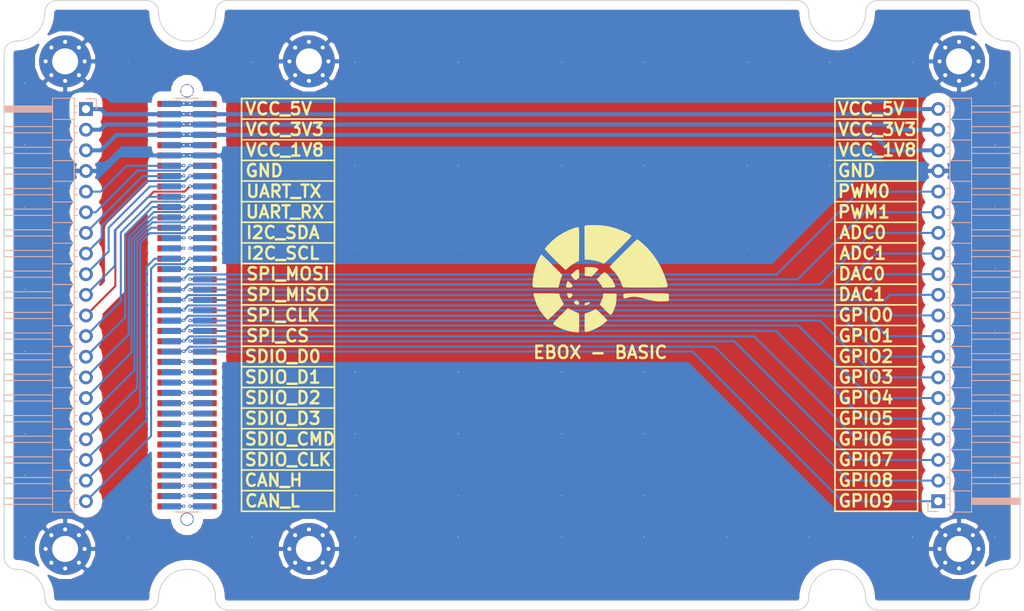
<source format=kicad_pcb>
(kicad_pcb (version 20171130) (host pcbnew "(5.0.0-rc2-dev-107-g49486b83b)")
  (layers (0 F.Cu signal) (31 B.Cu signal) (34 B.Paste user) (35 F.Paste user) (36 B.SilkS user) (37 F.SilkS user) (38 B.Mask user) (39 F.Mask user) (44 Edge.Cuts user))
  (net 0 "")
  (net 1 /BAT+)
  (net 2 /VCC_5V)
  (net 3 /VCC_1V8)
  (net 4 /VCC_IO)
  (net 5 /UART_TX)
  (net 6 /UART_RX)
  (net 7 /I2C_SDA)
  (net 8 /I2C_SCL)
  (net 9 /SPI_MOSI)
  (net 10 /SPI_CLK)
  (net 11 /SPI_MISO)
  (net 12 /SPI_CS)
  (net 13 /SDIO_D0)
  (net 14 /SDIO_D1)
  (net 15 /SDIO_D2)
  (net 16 /SDIO_D3)
  (net 17 /SDIO_CMD)
  (net 18 /SDIO_CLK)
  (net 19 /I2S_DI)
  (net 20 /I2S_LRCLK)
  (net 21 /I2S_D0)
  (net 22 /I2S_CLK)
  (net 23 /CAH_H)
  (net 24 /CAN_L)
  (net 25 /USB_D+)
  (net 26 /USB_D-)
  (net 27 /PWM0)
  (net 28 /PWM1)
  (net 29 /ADC0)
  (net 30 /ADC1)
  (net 31 /DAC0)
  (net 32 /DAC1)
  (net 33 /GPIO0)
  (net 34 /GPIO1)
  (net 35 /GPIO2)
  (net 36 /GPIO3)
  (net 37 /GPIO4)
  (net 38 /GPIO5)
  (net 39 /GPIO6)
  (net 40 /GPIO7)
  (net 41 /GPIO8)
  (net 42 /GPIO9)
  (net 43 /NC0)
  (net 44 /NC1)
  (net 45 /NC2)
  (net 46 /NC3)
  (net 47 /NC4)
  (net 48 /NC5)
  (net 49 /NC6)
  (net 50 /NC7)
  (net 51 /NC8)
  (net 52 /NC9)
  (net 53 /NC10)
  (net 54 /NC11)
  (net 55 /NC12)
  (net 56 /NC13)
  (net 57 /NC14)
  (net 58 /NC15)
  (net 59 /NC16)
  (net 60 /NC17)
  (net 61 /NC18)
  (net 62 /NC19)
  (net 63 /NC20)
  (net 64 /NC21)
  (net 65 /NC22)
  (net 66 /NC23)
  (net 67 /NC24)
  (net 68 /NC25)
  (net 69 /NC26)
  (net 70 /NC27)
  (net 71 /NC28)
  (net 72 /NC29)
  (net 73 GND)
  (net 74 /VCC_3V3)
  (module xconch:xconch_pinsocket_2x40 (layer B.Cu) (at 22.5 37.5 180)
    (fp_text reference J2 (at 0 26.265 180) (layer B.SilkS) (effects (justify mirror)))
    (fp_text value xconch_pinsocket_2x40)
    (pad "" thru_hole circle (at 0 -26.3398 180) (size 1.6 1.6) (drill 1.4) (layers *.Cu *.Mask))
    (pad "" thru_hole circle (at 0 26.3779 180) (size 1.6 1.6) (drill 1.4) (layers *.Cu *.Mask))
    (pad 79 smd rect (at -1.95 -24.765 180) (size 2.4 0.75) (layers B.Cu B.Paste B.Mask) (net 72 /NC29))
    (pad 80 smd rect (at 1.95 -24.765 180) (size 2.4 0.75) (layers B.Cu B.Paste B.Mask) (net 71 /NC28))
    (pad 77 smd rect (at -1.95 -23.495 180) (size 2.4 0.75) (layers B.Cu B.Paste B.Mask) (net 70 /NC27))
    (pad 78 smd rect (at 1.95 -23.495 180) (size 2.4 0.75) (layers B.Cu B.Paste B.Mask) (net 69 /NC26))
    (pad 75 smd rect (at -1.95 -22.225 180) (size 2.4 0.75) (layers B.Cu B.Paste B.Mask) (net 68 /NC25))
    (pad 76 smd rect (at 1.95 -22.225 180) (size 2.4 0.75) (layers B.Cu B.Paste B.Mask) (net 67 /NC24))
    (pad 73 smd rect (at -1.95 -20.955 180) (size 2.4 0.75) (layers B.Cu B.Paste B.Mask) (net 66 /NC23))
    (pad 74 smd rect (at 1.95 -20.955 180) (size 2.4 0.75) (layers B.Cu B.Paste B.Mask) (net 65 /NC22))
    (pad 71 smd rect (at -1.95 -19.685 180) (size 2.4 0.75) (layers B.Cu B.Paste B.Mask) (net 64 /NC21))
    (pad 72 smd rect (at 1.95 -19.685 180) (size 2.4 0.75) (layers B.Cu B.Paste B.Mask) (net 63 /NC20))
    (pad 69 smd rect (at -1.95 -18.415 180) (size 2.4 0.75) (layers B.Cu B.Paste B.Mask) (net 62 /NC19))
    (pad 70 smd rect (at 1.95 -18.415 180) (size 2.4 0.75) (layers B.Cu B.Paste B.Mask) (net 61 /NC18))
    (pad 67 smd rect (at -1.95 -17.145 180) (size 2.4 0.75) (layers B.Cu B.Paste B.Mask) (net 60 /NC17))
    (pad 68 smd rect (at 1.95 -17.145 180) (size 2.4 0.75) (layers B.Cu B.Paste B.Mask) (net 59 /NC16))
    (pad 65 smd rect (at -1.95 -15.875 180) (size 2.4 0.75) (layers B.Cu B.Paste B.Mask) (net 58 /NC15))
    (pad 66 smd rect (at 1.95 -15.875 180) (size 2.4 0.75) (layers B.Cu B.Paste B.Mask) (net 57 /NC14))
    (pad 63 smd rect (at -1.95 -14.605 180) (size 2.4 0.75) (layers B.Cu B.Paste B.Mask) (net 56 /NC13))
    (pad 64 smd rect (at 1.95 -14.605 180) (size 2.4 0.75) (layers B.Cu B.Paste B.Mask) (net 55 /NC12))
    (pad 61 smd rect (at -1.95 -13.335 180) (size 2.4 0.75) (layers B.Cu B.Paste B.Mask) (net 54 /NC11))
    (pad 62 smd rect (at 1.95 -13.335 180) (size 2.4 0.75) (layers B.Cu B.Paste B.Mask) (net 53 /NC10))
    (pad 59 smd rect (at -1.95 -12.065 180) (size 2.4 0.75) (layers B.Cu B.Paste B.Mask) (net 52 /NC9))
    (pad 60 smd rect (at 1.95 -12.065 180) (size 2.4 0.75) (layers B.Cu B.Paste B.Mask) (net 51 /NC8))
    (pad 57 smd rect (at -1.95 -10.795 180) (size 2.4 0.75) (layers B.Cu B.Paste B.Mask) (net 50 /NC7))
    (pad 58 smd rect (at 1.95 -10.795 180) (size 2.4 0.75) (layers B.Cu B.Paste B.Mask) (net 49 /NC6))
    (pad 55 smd rect (at -1.95 -9.525 180) (size 2.4 0.75) (layers B.Cu B.Paste B.Mask) (net 48 /NC5))
    (pad 56 smd rect (at 1.95 -9.525 180) (size 2.4 0.75) (layers B.Cu B.Paste B.Mask) (net 47 /NC4))
    (pad 53 smd rect (at -1.95 -8.255 180) (size 2.4 0.75) (layers B.Cu B.Paste B.Mask) (net 46 /NC3))
    (pad 54 smd rect (at 1.95 -8.255 180) (size 2.4 0.75) (layers B.Cu B.Paste B.Mask) (net 45 /NC2))
    (pad 51 smd rect (at -1.95 -6.985 180) (size 2.4 0.75) (layers B.Cu B.Paste B.Mask) (net 44 /NC1))
    (pad 52 smd rect (at 1.95 -6.985 180) (size 2.4 0.75) (layers B.Cu B.Paste B.Mask) (net 43 /NC0))
    (pad 49 smd rect (at -1.95 -5.715 180) (size 2.4 0.75) (layers B.Cu B.Paste B.Mask) (net 42 /GPIO9))
    (pad 50 smd rect (at 1.95 -5.715 180) (size 2.4 0.75) (layers B.Cu B.Paste B.Mask) (net 41 /GPIO8))
    (pad 47 smd rect (at -1.95 -4.445 180) (size 2.4 0.75) (layers B.Cu B.Paste B.Mask) (net 40 /GPIO7))
    (pad 48 smd rect (at 1.95 -4.445 180) (size 2.4 0.75) (layers B.Cu B.Paste B.Mask) (net 39 /GPIO6))
    (pad 45 smd rect (at -1.95 -3.175 180) (size 2.4 0.75) (layers B.Cu B.Paste B.Mask) (net 38 /GPIO5))
    (pad 46 smd rect (at 1.95 -3.175 180) (size 2.4 0.75) (layers B.Cu B.Paste B.Mask) (net 37 /GPIO4))
    (pad 43 smd rect (at -1.95 -1.905 180) (size 2.4 0.75) (layers B.Cu B.Paste B.Mask) (net 36 /GPIO3))
    (pad 44 smd rect (at 1.95 -1.905 180) (size 2.4 0.75) (layers B.Cu B.Paste B.Mask) (net 35 /GPIO2))
    (pad 41 smd rect (at -1.95 -0.635 180) (size 2.4 0.75) (layers B.Cu B.Paste B.Mask) (net 34 /GPIO1))
    (pad 42 smd rect (at 1.95 -0.635 180) (size 2.4 0.75) (layers B.Cu B.Paste B.Mask) (net 33 /GPIO0))
    (pad 39 smd rect (at -1.95 0.635 180) (size 2.4 0.75) (layers B.Cu B.Paste B.Mask) (net 32 /DAC1))
    (pad 40 smd rect (at 1.95 0.635 180) (size 2.4 0.75) (layers B.Cu B.Paste B.Mask) (net 31 /DAC0))
    (pad 37 smd rect (at -1.95 1.905 180) (size 2.4 0.75) (layers B.Cu B.Paste B.Mask) (net 30 /ADC1))
    (pad 38 smd rect (at 1.95 1.905 180) (size 2.4 0.75) (layers B.Cu B.Paste B.Mask) (net 29 /ADC0))
    (pad 35 smd rect (at -1.95 3.175 180) (size 2.4 0.75) (layers B.Cu B.Paste B.Mask) (net 28 /PWM1))
    (pad 36 smd rect (at 1.95 3.175 180) (size 2.4 0.75) (layers B.Cu B.Paste B.Mask) (net 27 /PWM0))
    (pad 33 smd rect (at -1.95 4.445 180) (size 2.4 0.75) (layers B.Cu B.Paste B.Mask) (net 26 /USB_D-))
    (pad 34 smd rect (at 1.95 4.445 180) (size 2.4 0.75) (layers B.Cu B.Paste B.Mask) (net 25 /USB_D+))
    (pad 31 smd rect (at -1.95 5.715 180) (size 2.4 0.75) (layers B.Cu B.Paste B.Mask) (net 24 /CAN_L))
    (pad 32 smd rect (at 1.95 5.715 180) (size 2.4 0.75) (layers B.Cu B.Paste B.Mask) (net 23 /CAH_H))
    (pad 29 smd rect (at -1.95 6.985 180) (size 2.4 0.75) (layers B.Cu B.Paste B.Mask) (net 22 /I2S_CLK))
    (pad 30 smd rect (at 1.95 6.985 180) (size 2.4 0.75) (layers B.Cu B.Paste B.Mask) (net 21 /I2S_D0))
    (pad 27 smd rect (at -1.95 8.255 180) (size 2.4 0.75) (layers B.Cu B.Paste B.Mask) (net 20 /I2S_LRCLK))
    (pad 28 smd rect (at 1.95 8.255 180) (size 2.4 0.75) (layers B.Cu B.Paste B.Mask) (net 19 /I2S_DI))
    (pad 25 smd rect (at -1.95 9.525 180) (size 2.4 0.75) (layers B.Cu B.Paste B.Mask) (net 18 /SDIO_CLK))
    (pad 26 smd rect (at 1.95 9.525 180) (size 2.4 0.75) (layers B.Cu B.Paste B.Mask) (net 17 /SDIO_CMD))
    (pad 23 smd rect (at -1.95 10.795 180) (size 2.4 0.75) (layers B.Cu B.Paste B.Mask) (net 16 /SDIO_D3))
    (pad 24 smd rect (at 1.95 10.795 180) (size 2.4 0.75) (layers B.Cu B.Paste B.Mask) (net 15 /SDIO_D2))
    (pad 21 smd rect (at -1.95 12.065 180) (size 2.4 0.75) (layers B.Cu B.Paste B.Mask) (net 14 /SDIO_D1))
    (pad 22 smd rect (at 1.95 12.065 180) (size 2.4 0.75) (layers B.Cu B.Paste B.Mask) (net 13 /SDIO_D0))
    (pad 19 smd rect (at -1.95 13.335 180) (size 2.4 0.75) (layers B.Cu B.Paste B.Mask) (net 12 /SPI_CS))
    (pad 20 smd rect (at 1.95 13.335 180) (size 2.4 0.75) (layers B.Cu B.Paste B.Mask) (net 11 /SPI_MISO))
    (pad 17 smd rect (at -1.95 14.605 180) (size 2.4 0.75) (layers B.Cu B.Paste B.Mask) (net 10 /SPI_CLK))
    (pad 18 smd rect (at 1.95 14.605 180) (size 2.4 0.75) (layers B.Cu B.Paste B.Mask) (net 9 /SPI_MOSI))
    (pad 15 smd rect (at -1.95 15.875 180) (size 2.4 0.75) (layers B.Cu B.Paste B.Mask) (net 8 /I2C_SCL))
    (pad 16 smd rect (at 1.95 15.875 180) (size 2.4 0.75) (layers B.Cu B.Paste B.Mask) (net 7 /I2C_SDA))
    (pad 13 smd rect (at -1.95 17.145 180) (size 2.4 0.75) (layers B.Cu B.Paste B.Mask) (net 6 /UART_RX))
    (pad 14 smd rect (at 1.95 17.145 180) (size 2.4 0.75) (layers B.Cu B.Paste B.Mask) (net 5 /UART_TX))
    (pad 11 smd rect (at -1.95 18.415 180) (size 2.4 0.75) (layers B.Cu B.Paste B.Mask) (net 73 GND))
    (pad 12 smd rect (at 1.95 18.415 180) (size 2.4 0.75) (layers B.Cu B.Paste B.Mask) (net 73 GND))
    (pad 9 smd rect (at -1.95 19.685 180) (size 2.4 0.75) (layers B.Cu B.Paste B.Mask) (net 4 /VCC_IO))
    (pad 10 smd rect (at 1.95 19.685 180) (size 2.4 0.75) (layers B.Cu B.Paste B.Mask) (net 4 /VCC_IO))
    (pad 7 smd rect (at -1.95 20.955 180) (size 2.4 0.75) (layers B.Cu B.Paste B.Mask) (net 3 /VCC_1V8))
    (pad 8 smd rect (at 1.95 20.955 180) (size 2.4 0.75) (layers B.Cu B.Paste B.Mask) (net 3 /VCC_1V8))
    (pad 5 smd rect (at -1.95 22.225 180) (size 2.4 0.75) (layers B.Cu B.Paste B.Mask) (net 74 /VCC_3V3))
    (pad 6 smd rect (at 1.95 22.225 180) (size 2.4 0.75) (layers B.Cu B.Paste B.Mask) (net 74 /VCC_3V3))
    (pad 3 smd rect (at -1.95 23.495 180) (size 2.4 0.75) (layers B.Cu B.Paste B.Mask) (net 2 /VCC_5V))
    (pad 4 smd rect (at 1.95 23.495 180) (size 2.4 0.75) (layers B.Cu B.Paste B.Mask) (net 2 /VCC_5V))
    (pad 1 smd rect (at -1.95 24.765 180) (size 2.4 0.75) (layers B.Cu B.Paste B.Mask) (net 1 /BAT+))
    (pad 2 smd rect (at 1.95 24.765 180) (size 2.4 0.75) (layers B.Cu B.Paste B.Mask) (net 1 /BAT+))
  )
  (module xconch:xconch_pinheader_2x40 (layer F.Cu) (at 22.5 37.5)
    (fp_text reference J1 (at 0 -26.46) (layer F.SilkS))
    (fp_text value xconch_pinheader_2x40)
    (pad 80 smd rect (at 2.2 24.765) (size 2.9 0.74) (layers F.Cu F.Paste F.Mask) (net 72 /NC29))
    (pad 79 smd rect (at -2.2 24.765) (size 2.9 0.74) (layers F.Cu F.Paste F.Mask) (net 71 /NC28))
    (pad 78 smd rect (at 2.2 23.495) (size 2.9 0.74) (layers F.Cu F.Paste F.Mask) (net 70 /NC27))
    (pad 77 smd rect (at -2.2 23.495) (size 2.9 0.74) (layers F.Cu F.Paste F.Mask) (net 69 /NC26))
    (pad 76 smd rect (at 2.2 22.225) (size 2.9 0.74) (layers F.Cu F.Paste F.Mask) (net 68 /NC25))
    (pad 75 smd rect (at -2.2 22.225) (size 2.9 0.74) (layers F.Cu F.Paste F.Mask) (net 67 /NC24))
    (pad 74 smd rect (at 2.2 20.955) (size 2.9 0.74) (layers F.Cu F.Paste F.Mask) (net 66 /NC23))
    (pad 73 smd rect (at -2.2 20.955) (size 2.9 0.74) (layers F.Cu F.Paste F.Mask) (net 65 /NC22))
    (pad 72 smd rect (at 2.2 19.685) (size 2.9 0.74) (layers F.Cu F.Paste F.Mask) (net 64 /NC21))
    (pad 71 smd rect (at -2.2 19.685) (size 2.9 0.74) (layers F.Cu F.Paste F.Mask) (net 63 /NC20))
    (pad 70 smd rect (at 2.2 18.415) (size 2.9 0.74) (layers F.Cu F.Paste F.Mask) (net 62 /NC19))
    (pad 69 smd rect (at -2.2 18.415) (size 2.9 0.74) (layers F.Cu F.Paste F.Mask) (net 61 /NC18))
    (pad 68 smd rect (at 2.2 17.145) (size 2.9 0.74) (layers F.Cu F.Paste F.Mask) (net 60 /NC17))
    (pad 67 smd rect (at -2.2 17.145) (size 2.9 0.74) (layers F.Cu F.Paste F.Mask) (net 59 /NC16))
    (pad 66 smd rect (at 2.2 15.875) (size 2.9 0.74) (layers F.Cu F.Paste F.Mask) (net 58 /NC15))
    (pad 65 smd rect (at -2.2 15.875) (size 2.9 0.74) (layers F.Cu F.Paste F.Mask) (net 57 /NC14))
    (pad 64 smd rect (at 2.2 14.605) (size 2.9 0.74) (layers F.Cu F.Paste F.Mask) (net 56 /NC13))
    (pad 63 smd rect (at -2.2 14.605) (size 2.9 0.74) (layers F.Cu F.Paste F.Mask) (net 55 /NC12))
    (pad 62 smd rect (at 2.2 13.335) (size 2.9 0.74) (layers F.Cu F.Paste F.Mask) (net 54 /NC11))
    (pad 61 smd rect (at -2.2 13.335) (size 2.9 0.74) (layers F.Cu F.Paste F.Mask) (net 53 /NC10))
    (pad 60 smd rect (at 2.2 12.065) (size 2.9 0.74) (layers F.Cu F.Paste F.Mask) (net 52 /NC9))
    (pad 59 smd rect (at -2.2 12.065) (size 2.9 0.74) (layers F.Cu F.Paste F.Mask) (net 51 /NC8))
    (pad 58 smd rect (at 2.2 10.795) (size 2.9 0.74) (layers F.Cu F.Paste F.Mask) (net 50 /NC7))
    (pad 57 smd rect (at -2.2 10.795) (size 2.9 0.74) (layers F.Cu F.Paste F.Mask) (net 49 /NC6))
    (pad 56 smd rect (at 2.2 9.525) (size 2.9 0.74) (layers F.Cu F.Paste F.Mask) (net 48 /NC5))
    (pad 55 smd rect (at -2.2 9.525) (size 2.9 0.74) (layers F.Cu F.Paste F.Mask) (net 47 /NC4))
    (pad 54 smd rect (at 2.2 8.255) (size 2.9 0.74) (layers F.Cu F.Paste F.Mask) (net 46 /NC3))
    (pad 53 smd rect (at -2.2 8.255) (size 2.9 0.74) (layers F.Cu F.Paste F.Mask) (net 45 /NC2))
    (pad 52 smd rect (at 2.2 6.985) (size 2.9 0.74) (layers F.Cu F.Paste F.Mask) (net 44 /NC1))
    (pad 51 smd rect (at -2.2 6.985) (size 2.9 0.74) (layers F.Cu F.Paste F.Mask) (net 43 /NC0))
    (pad 50 smd rect (at 2.2 5.715) (size 2.9 0.74) (layers F.Cu F.Paste F.Mask) (net 42 /GPIO9))
    (pad 49 smd rect (at -2.2 5.715) (size 2.9 0.74) (layers F.Cu F.Paste F.Mask) (net 41 /GPIO8))
    (pad 48 smd rect (at 2.2 4.445) (size 2.9 0.74) (layers F.Cu F.Paste F.Mask) (net 40 /GPIO7))
    (pad 47 smd rect (at -2.2 4.445) (size 2.9 0.74) (layers F.Cu F.Paste F.Mask) (net 39 /GPIO6))
    (pad 46 smd rect (at 2.2 3.175) (size 2.9 0.74) (layers F.Cu F.Paste F.Mask) (net 38 /GPIO5))
    (pad 45 smd rect (at -2.2 3.175) (size 2.9 0.74) (layers F.Cu F.Paste F.Mask) (net 37 /GPIO4))
    (pad 44 smd rect (at 2.2 1.905) (size 2.9 0.74) (layers F.Cu F.Paste F.Mask) (net 36 /GPIO3))
    (pad 43 smd rect (at -2.2 1.905) (size 2.9 0.74) (layers F.Cu F.Paste F.Mask) (net 35 /GPIO2))
    (pad 42 smd rect (at 2.2 0.635) (size 2.9 0.74) (layers F.Cu F.Paste F.Mask) (net 34 /GPIO1))
    (pad 41 smd rect (at -2.2 0.635) (size 2.9 0.74) (layers F.Cu F.Paste F.Mask) (net 33 /GPIO0))
    (pad 40 smd rect (at 2.2 -0.635) (size 2.9 0.74) (layers F.Cu F.Paste F.Mask) (net 32 /DAC1))
    (pad 39 smd rect (at -2.2 -0.635) (size 2.9 0.74) (layers F.Cu F.Paste F.Mask) (net 31 /DAC0))
    (pad 38 smd rect (at 2.2 -1.905) (size 2.9 0.74) (layers F.Cu F.Paste F.Mask) (net 30 /ADC1))
    (pad 37 smd rect (at -2.2 -1.905) (size 2.9 0.74) (layers F.Cu F.Paste F.Mask) (net 29 /ADC0))
    (pad 36 smd rect (at 2.2 -3.175) (size 2.9 0.74) (layers F.Cu F.Paste F.Mask) (net 28 /PWM1))
    (pad 35 smd rect (at -2.2 -3.175) (size 2.9 0.74) (layers F.Cu F.Paste F.Mask) (net 27 /PWM0))
    (pad 34 smd rect (at 2.2 -4.445) (size 2.9 0.74) (layers F.Cu F.Paste F.Mask) (net 26 /USB_D-))
    (pad 33 smd rect (at -2.2 -4.445) (size 2.9 0.74) (layers F.Cu F.Paste F.Mask) (net 25 /USB_D+))
    (pad 32 smd rect (at 2.2 -5.715) (size 2.9 0.74) (layers F.Cu F.Paste F.Mask) (net 24 /CAN_L))
    (pad 31 smd rect (at -2.2 -5.715) (size 2.9 0.74) (layers F.Cu F.Paste F.Mask) (net 23 /CAH_H))
    (pad 30 smd rect (at 2.2 -6.985) (size 2.9 0.74) (layers F.Cu F.Paste F.Mask) (net 22 /I2S_CLK))
    (pad 29 smd rect (at -2.2 -6.985) (size 2.9 0.74) (layers F.Cu F.Paste F.Mask) (net 21 /I2S_D0))
    (pad 28 smd rect (at 2.2 -8.255) (size 2.9 0.74) (layers F.Cu F.Paste F.Mask) (net 20 /I2S_LRCLK))
    (pad 27 smd rect (at -2.2 -8.255) (size 2.9 0.74) (layers F.Cu F.Paste F.Mask) (net 19 /I2S_DI))
    (pad 26 smd rect (at 2.2 -9.525) (size 2.9 0.74) (layers F.Cu F.Paste F.Mask) (net 18 /SDIO_CLK))
    (pad 25 smd rect (at -2.2 -9.525) (size 2.9 0.74) (layers F.Cu F.Paste F.Mask) (net 17 /SDIO_CMD))
    (pad 24 smd rect (at 2.2 -10.795) (size 2.9 0.74) (layers F.Cu F.Paste F.Mask) (net 16 /SDIO_D3))
    (pad 23 smd rect (at -2.2 -10.795) (size 2.9 0.74) (layers F.Cu F.Paste F.Mask) (net 15 /SDIO_D2))
    (pad 22 smd rect (at 2.2 -12.065) (size 2.9 0.74) (layers F.Cu F.Paste F.Mask) (net 14 /SDIO_D1))
    (pad 21 smd rect (at -2.2 -12.065) (size 2.9 0.74) (layers F.Cu F.Paste F.Mask) (net 13 /SDIO_D0))
    (pad 20 smd rect (at 2.2 -13.335) (size 2.9 0.74) (layers F.Cu F.Paste F.Mask) (net 12 /SPI_CS))
    (pad 19 smd rect (at -2.2 -13.335) (size 2.9 0.74) (layers F.Cu F.Paste F.Mask) (net 11 /SPI_MISO))
    (pad 18 smd rect (at 2.2 -14.605) (size 2.9 0.74) (layers F.Cu F.Paste F.Mask) (net 10 /SPI_CLK))
    (pad 17 smd rect (at -2.2 -14.605) (size 2.9 0.74) (layers F.Cu F.Paste F.Mask) (net 9 /SPI_MOSI))
    (pad 16 smd rect (at 2.2 -15.875) (size 2.9 0.74) (layers F.Cu F.Paste F.Mask) (net 8 /I2C_SCL))
    (pad 15 smd rect (at -2.2 -15.875) (size 2.9 0.74) (layers F.Cu F.Paste F.Mask) (net 7 /I2C_SDA))
    (pad 14 smd rect (at 2.2 -17.145) (size 2.9 0.74) (layers F.Cu F.Paste F.Mask) (net 6 /UART_RX))
    (pad 13 smd rect (at -2.2 -17.145) (size 2.9 0.74) (layers F.Cu F.Paste F.Mask) (net 5 /UART_TX))
    (pad 12 smd rect (at 2.2 -18.415) (size 2.9 0.74) (layers F.Cu F.Paste F.Mask) (net 73 GND))
    (pad 11 smd rect (at -2.2 -18.415) (size 2.9 0.74) (layers F.Cu F.Paste F.Mask) (net 73 GND))
    (pad 10 smd rect (at 2.2 -19.685) (size 2.9 0.74) (layers F.Cu F.Paste F.Mask) (net 4 /VCC_IO))
    (pad 9 smd rect (at -2.2 -19.685) (size 2.9 0.74) (layers F.Cu F.Paste F.Mask) (net 4 /VCC_IO))
    (pad 8 smd rect (at 2.2 -20.955) (size 2.9 0.74) (layers F.Cu F.Paste F.Mask) (net 3 /VCC_1V8))
    (pad 7 smd rect (at -2.2 -20.955) (size 2.9 0.74) (layers F.Cu F.Paste F.Mask) (net 3 /VCC_1V8))
    (pad 6 smd rect (at 2.2 -22.225) (size 2.9 0.74) (layers F.Cu F.Paste F.Mask) (net 74 /VCC_3V3))
    (pad 5 smd rect (at -2.2 -22.225) (size 2.9 0.74) (layers F.Cu F.Paste F.Mask) (net 74 /VCC_3V3))
    (pad 4 smd rect (at 2.2 -23.495) (size 2.9 0.74) (layers F.Cu F.Paste F.Mask) (net 2 /VCC_5V))
    (pad 3 smd rect (at -2.2 -23.495) (size 2.9 0.74) (layers F.Cu F.Paste F.Mask) (net 2 /VCC_5V))
    (pad 2 smd rect (at 2.2 -24.765) (size 2.9 0.74) (layers F.Cu F.Paste F.Mask) (net 1 /BAT+))
    (pad 1 smd rect (at -2.2 -24.765) (size 2.9 0.74) (layers F.Cu F.Paste F.Mask) (net 1 /BAT+))
    (pad "" thru_hole circle (at 0.0127 -26.3779) (size 1.6 1.6) (drill 1.4) (layers *.Cu *.Mask))
    (pad "" thru_hole circle (at 0 26.3398) (size 1.6 1.6) (drill 1.4) (layers *.Cu *.Mask))
  )
  (module MountingHole:MountingHole_3.2mm_M3_Pad_Via (layer F.Cu) (at 7.5 7.5)
    (fp_text reference MK1 hide)
    (fp_text value Mounting_Hole_PAD)
    (pad 1 thru_hole circle (at 1.697056 -1.697056) (size 0.8 0.8) (drill 0.5) (layers *.Cu *.Mask) (net 73 GND))
    (pad 1 thru_hole circle (at 0 -2.4) (size 0.8 0.8) (drill 0.5) (layers *.Cu *.Mask) (net 73 GND))
    (pad 1 thru_hole circle (at -1.697056 -1.697056) (size 0.8 0.8) (drill 0.5) (layers *.Cu *.Mask) (net 73 GND))
    (pad 1 thru_hole circle (at -2.4 0) (size 0.8 0.8) (drill 0.5) (layers *.Cu *.Mask) (net 73 GND))
    (pad 1 thru_hole circle (at -1.697056 1.697056) (size 0.8 0.8) (drill 0.5) (layers *.Cu *.Mask) (net 73 GND))
    (pad 1 thru_hole circle (at 0 2.4) (size 0.8 0.8) (drill 0.5) (layers *.Cu *.Mask) (net 73 GND))
    (pad 1 thru_hole circle (at 1.697056 1.697056) (size 0.8 0.8) (drill 0.5) (layers *.Cu *.Mask) (net 73 GND))
    (pad 1 thru_hole circle (at 2.4 0) (size 0.8 0.8) (drill 0.5) (layers *.Cu *.Mask) (net 73 GND))
    (pad 1 thru_hole circle (at 0 0) (size 6.4 6.4) (drill 3.2) (layers *.Cu *.Mask) (net 73 GND))
  )
  (module MountingHole:MountingHole_3.2mm_M3_Pad_Via (layer F.Cu) (at 37.5 7.5)
    (fp_text reference MK2 hide)
    (fp_text value Mounting_Hole_PAD)
    (pad 1 thru_hole circle (at 1.697056 -1.697056) (size 0.8 0.8) (drill 0.5) (layers *.Cu *.Mask) (net 73 GND))
    (pad 1 thru_hole circle (at 0 -2.4) (size 0.8 0.8) (drill 0.5) (layers *.Cu *.Mask) (net 73 GND))
    (pad 1 thru_hole circle (at -1.697056 -1.697056) (size 0.8 0.8) (drill 0.5) (layers *.Cu *.Mask) (net 73 GND))
    (pad 1 thru_hole circle (at -2.4 0) (size 0.8 0.8) (drill 0.5) (layers *.Cu *.Mask) (net 73 GND))
    (pad 1 thru_hole circle (at -1.697056 1.697056) (size 0.8 0.8) (drill 0.5) (layers *.Cu *.Mask) (net 73 GND))
    (pad 1 thru_hole circle (at 0 2.4) (size 0.8 0.8) (drill 0.5) (layers *.Cu *.Mask) (net 73 GND))
    (pad 1 thru_hole circle (at 1.697056 1.697056) (size 0.8 0.8) (drill 0.5) (layers *.Cu *.Mask) (net 73 GND))
    (pad 1 thru_hole circle (at 2.4 0) (size 0.8 0.8) (drill 0.5) (layers *.Cu *.Mask) (net 73 GND))
    (pad 1 thru_hole circle (at 0 0) (size 6.4 6.4) (drill 3.2) (layers *.Cu *.Mask) (net 73 GND))
  )
  (module MountingHole:MountingHole_3.2mm_M3_Pad_Via (layer F.Cu) (at 7.5 67.5)
    (fp_text reference MK3 hide)
    (fp_text value Mounting_Hole_PAD)
    (pad 1 thru_hole circle (at 1.697056 -1.697056) (size 0.8 0.8) (drill 0.5) (layers *.Cu *.Mask) (net 73 GND))
    (pad 1 thru_hole circle (at 0 -2.4) (size 0.8 0.8) (drill 0.5) (layers *.Cu *.Mask) (net 73 GND))
    (pad 1 thru_hole circle (at -1.697056 -1.697056) (size 0.8 0.8) (drill 0.5) (layers *.Cu *.Mask) (net 73 GND))
    (pad 1 thru_hole circle (at -2.4 0) (size 0.8 0.8) (drill 0.5) (layers *.Cu *.Mask) (net 73 GND))
    (pad 1 thru_hole circle (at -1.697056 1.697056) (size 0.8 0.8) (drill 0.5) (layers *.Cu *.Mask) (net 73 GND))
    (pad 1 thru_hole circle (at 0 2.4) (size 0.8 0.8) (drill 0.5) (layers *.Cu *.Mask) (net 73 GND))
    (pad 1 thru_hole circle (at 1.697056 1.697056) (size 0.8 0.8) (drill 0.5) (layers *.Cu *.Mask) (net 73 GND))
    (pad 1 thru_hole circle (at 2.4 0) (size 0.8 0.8) (drill 0.5) (layers *.Cu *.Mask) (net 73 GND))
    (pad 1 thru_hole circle (at 0 0) (size 6.4 6.4) (drill 3.2) (layers *.Cu *.Mask) (net 73 GND))
  )
  (module MountingHole:MountingHole_3.2mm_M3_Pad_Via (layer F.Cu) (at 37.5 67.5)
    (fp_text reference MK4 hide)
    (fp_text value Mounting_Hole_PAD)
    (pad 1 thru_hole circle (at 1.697056 -1.697056) (size 0.8 0.8) (drill 0.5) (layers *.Cu *.Mask) (net 73 GND))
    (pad 1 thru_hole circle (at 0 -2.4) (size 0.8 0.8) (drill 0.5) (layers *.Cu *.Mask) (net 73 GND))
    (pad 1 thru_hole circle (at -1.697056 -1.697056) (size 0.8 0.8) (drill 0.5) (layers *.Cu *.Mask) (net 73 GND))
    (pad 1 thru_hole circle (at -2.4 0) (size 0.8 0.8) (drill 0.5) (layers *.Cu *.Mask) (net 73 GND))
    (pad 1 thru_hole circle (at -1.697056 1.697056) (size 0.8 0.8) (drill 0.5) (layers *.Cu *.Mask) (net 73 GND))
    (pad 1 thru_hole circle (at 0 2.4) (size 0.8 0.8) (drill 0.5) (layers *.Cu *.Mask) (net 73 GND))
    (pad 1 thru_hole circle (at 1.697056 1.697056) (size 0.8 0.8) (drill 0.5) (layers *.Cu *.Mask) (net 73 GND))
    (pad 1 thru_hole circle (at 2.4 0) (size 0.8 0.8) (drill 0.5) (layers *.Cu *.Mask) (net 73 GND))
    (pad 1 thru_hole circle (at 0 0) (size 6.4 6.4) (drill 3.2) (layers *.Cu *.Mask) (net 73 GND))
  )
  (module Connector_PinHeader_2.54mm:PinHeader_1x20_P2.54mm_Horizontal (layer B.Cu) (at 10.06 13.37 180)
    (fp_text reference J3 hide)
    (fp_text value Conn_01x20)
    (pad 1 thru_hole rect (at 0 0 180) (size 1.7 1.7) (drill 1) (layers *.Cu *.Mask) (net 2 /VCC_5V))
    (pad 2 thru_hole oval (at 0 -2.54 180) (size 1.7 1.7) (drill 1) (layers *.Cu *.Mask) (net 74 /VCC_3V3))
    (pad 3 thru_hole oval (at 0 -5.08 180) (size 1.7 1.7) (drill 1) (layers *.Cu *.Mask) (net 3 /VCC_1V8))
    (pad 4 thru_hole oval (at 0 -7.62 180) (size 1.7 1.7) (drill 1) (layers *.Cu *.Mask) (net 73 GND))
    (pad 5 thru_hole oval (at 0 -10.16 180) (size 1.7 1.7) (drill 1) (layers *.Cu *.Mask) (net 5 /UART_TX))
    (pad 6 thru_hole oval (at 0 -12.7 180) (size 1.7 1.7) (drill 1) (layers *.Cu *.Mask) (net 6 /UART_RX))
    (pad 7 thru_hole oval (at 0 -15.24 180) (size 1.7 1.7) (drill 1) (layers *.Cu *.Mask) (net 7 /I2C_SDA))
    (pad 8 thru_hole oval (at 0 -17.78 180) (size 1.7 1.7) (drill 1) (layers *.Cu *.Mask) (net 8 /I2C_SCL))
    (pad 9 thru_hole oval (at 0 -20.32 180) (size 1.7 1.7) (drill 1) (layers *.Cu *.Mask) (net 9 /SPI_MOSI))
    (pad 10 thru_hole oval (at 0 -22.86 180) (size 1.7 1.7) (drill 1) (layers *.Cu *.Mask) (net 11 /SPI_MISO))
    (pad 11 thru_hole oval (at 0 -25.4 180) (size 1.7 1.7) (drill 1) (layers *.Cu *.Mask) (net 10 /SPI_CLK))
    (pad 12 thru_hole oval (at 0 -27.94 180) (size 1.7 1.7) (drill 1) (layers *.Cu *.Mask) (net 12 /SPI_CS))
    (pad 13 thru_hole oval (at 0 -30.48 180) (size 1.7 1.7) (drill 1) (layers *.Cu *.Mask) (net 13 /SDIO_D0))
    (pad 14 thru_hole oval (at 0 -33.02 180) (size 1.7 1.7) (drill 1) (layers *.Cu *.Mask) (net 14 /SDIO_D1))
    (pad 15 thru_hole oval (at 0 -35.56 180) (size 1.7 1.7) (drill 1) (layers *.Cu *.Mask) (net 15 /SDIO_D2))
    (pad 16 thru_hole oval (at 0 -38.1 180) (size 1.7 1.7) (drill 1) (layers *.Cu *.Mask) (net 16 /SDIO_D3))
    (pad 17 thru_hole oval (at 0 -40.64 180) (size 1.7 1.7) (drill 1) (layers *.Cu *.Mask) (net 17 /SDIO_CMD))
    (pad 18 thru_hole oval (at 0 -43.18 180) (size 1.7 1.7) (drill 1) (layers *.Cu *.Mask) (net 18 /SDIO_CLK))
    (pad 19 thru_hole oval (at 0 -45.72 180) (size 1.7 1.7) (drill 1) (layers *.Cu *.Mask) (net 23 /CAH_H))
    (pad 20 thru_hole oval (at 0 -48.26 180) (size 1.7 1.7) (drill 1) (layers *.Cu *.Mask) (net 24 /CAN_L))
  )
  (module Connector_PinHeader_2.54mm:PinHeader_1x20_P2.54mm_Horizontal (layer B.Cu) (at 114.94 61.63)
    (fp_text reference J4 hide)
    (fp_text value Conn_01x20)
    (pad 20 thru_hole oval (at 0 -48.26) (size 1.7 1.7) (drill 1) (layers *.Cu *.Mask) (net 2 /VCC_5V))
    (pad 19 thru_hole oval (at 0 -45.72) (size 1.7 1.7) (drill 1) (layers *.Cu *.Mask) (net 74 /VCC_3V3))
    (pad 18 thru_hole oval (at 0 -43.18) (size 1.7 1.7) (drill 1) (layers *.Cu *.Mask) (net 3 /VCC_1V8))
    (pad 17 thru_hole oval (at 0 -40.64) (size 1.7 1.7) (drill 1) (layers *.Cu *.Mask) (net 73 GND))
    (pad 16 thru_hole oval (at 0 -38.1) (size 1.7 1.7) (drill 1) (layers *.Cu *.Mask) (net 27 /PWM0))
    (pad 15 thru_hole oval (at 0 -35.56) (size 1.7 1.7) (drill 1) (layers *.Cu *.Mask) (net 28 /PWM1))
    (pad 14 thru_hole oval (at 0 -33.02) (size 1.7 1.7) (drill 1) (layers *.Cu *.Mask) (net 29 /ADC0))
    (pad 13 thru_hole oval (at 0 -30.48) (size 1.7 1.7) (drill 1) (layers *.Cu *.Mask) (net 30 /ADC1))
    (pad 12 thru_hole oval (at 0 -27.94) (size 1.7 1.7) (drill 1) (layers *.Cu *.Mask) (net 31 /DAC0))
    (pad 11 thru_hole oval (at 0 -25.4) (size 1.7 1.7) (drill 1) (layers *.Cu *.Mask) (net 32 /DAC1))
    (pad 10 thru_hole oval (at 0 -22.86) (size 1.7 1.7) (drill 1) (layers *.Cu *.Mask) (net 33 /GPIO0))
    (pad 9 thru_hole oval (at 0 -20.32) (size 1.7 1.7) (drill 1) (layers *.Cu *.Mask) (net 34 /GPIO1))
    (pad 8 thru_hole oval (at 0 -17.78) (size 1.7 1.7) (drill 1) (layers *.Cu *.Mask) (net 35 /GPIO2))
    (pad 7 thru_hole oval (at 0 -15.24) (size 1.7 1.7) (drill 1) (layers *.Cu *.Mask) (net 36 /GPIO3))
    (pad 6 thru_hole oval (at 0 -12.7) (size 1.7 1.7) (drill 1) (layers *.Cu *.Mask) (net 37 /GPIO4))
    (pad 5 thru_hole oval (at 0 -10.16) (size 1.7 1.7) (drill 1) (layers *.Cu *.Mask) (net 38 /GPIO5))
    (pad 4 thru_hole oval (at 0 -7.62) (size 1.7 1.7) (drill 1) (layers *.Cu *.Mask) (net 39 /GPIO6))
    (pad 3 thru_hole oval (at 0 -5.08) (size 1.7 1.7) (drill 1) (layers *.Cu *.Mask) (net 40 /GPIO7))
    (pad 2 thru_hole oval (at 0 -2.54) (size 1.7 1.7) (drill 1) (layers *.Cu *.Mask) (net 41 /GPIO8))
    (pad 1 thru_hole rect (at 0 0) (size 1.7 1.7) (drill 1) (layers *.Cu *.Mask) (net 42 /GPIO9))
  )
  (module xconch:xconch_logo (layer F.Cu) (at 71.08952 35.76828)
    (fp_text reference "" hide)
    (fp_text value "" hide)
  )
  (module MountingHole:MountingHole_3.2mm_M3_Pad_Via (layer F.Cu) (at 117.5 7.5)
    (fp_text reference MK5 hide)
    (fp_text value Mounting_Hole_PAD)
    (pad 1 thru_hole circle (at 0 0) (size 6.4 6.4) (drill 3.2) (layers *.Cu *.Mask) (net 73 GND))
    (pad 1 thru_hole circle (at 2.4 0) (size 0.8 0.8) (drill 0.5) (layers *.Cu *.Mask) (net 73 GND))
    (pad 1 thru_hole circle (at 1.697056 1.697056) (size 0.8 0.8) (drill 0.5) (layers *.Cu *.Mask) (net 73 GND))
    (pad 1 thru_hole circle (at 0 2.4) (size 0.8 0.8) (drill 0.5) (layers *.Cu *.Mask) (net 73 GND))
    (pad 1 thru_hole circle (at -1.697056 1.697056) (size 0.8 0.8) (drill 0.5) (layers *.Cu *.Mask) (net 73 GND))
    (pad 1 thru_hole circle (at -2.4 0) (size 0.8 0.8) (drill 0.5) (layers *.Cu *.Mask) (net 73 GND))
    (pad 1 thru_hole circle (at -1.697056 -1.697056) (size 0.8 0.8) (drill 0.5) (layers *.Cu *.Mask) (net 73 GND))
    (pad 1 thru_hole circle (at 0 -2.4) (size 0.8 0.8) (drill 0.5) (layers *.Cu *.Mask) (net 73 GND))
    (pad 1 thru_hole circle (at 1.697056 -1.697056) (size 0.8 0.8) (drill 0.5) (layers *.Cu *.Mask) (net 73 GND))
  )
  (module MountingHole:MountingHole_3.2mm_M3_Pad_Via (layer F.Cu) (at 117.5 67.5)
    (fp_text reference MK6 hide)
    (fp_text value Mounting_Hole_PAD)
    (pad 1 thru_hole circle (at 1.697056 -1.697056) (size 0.8 0.8) (drill 0.5) (layers *.Cu *.Mask) (net 73 GND))
    (pad 1 thru_hole circle (at 0 -2.4) (size 0.8 0.8) (drill 0.5) (layers *.Cu *.Mask) (net 73 GND))
    (pad 1 thru_hole circle (at -1.697056 -1.697056) (size 0.8 0.8) (drill 0.5) (layers *.Cu *.Mask) (net 73 GND))
    (pad 1 thru_hole circle (at -2.4 0) (size 0.8 0.8) (drill 0.5) (layers *.Cu *.Mask) (net 73 GND))
    (pad 1 thru_hole circle (at -1.697056 1.697056) (size 0.8 0.8) (drill 0.5) (layers *.Cu *.Mask) (net 73 GND))
    (pad 1 thru_hole circle (at 0 2.4) (size 0.8 0.8) (drill 0.5) (layers *.Cu *.Mask) (net 73 GND))
    (pad 1 thru_hole circle (at 1.697056 1.697056) (size 0.8 0.8) (drill 0.5) (layers *.Cu *.Mask) (net 73 GND))
    (pad 1 thru_hole circle (at 2.4 0) (size 0.8 0.8) (drill 0.5) (layers *.Cu *.Mask) (net 73 GND))
    (pad 1 thru_hole circle (at 0 0) (size 6.4 6.4) (drill 3.2) (layers *.Cu *.Mask) (net 73 GND))
  )
  (gr_line (start 102.2604 60.2234) (end 112.3442 60.2234) (layer F.SilkS) (width 0.2))
  (gr_line (start 102.235 57.785) (end 112.395 57.785) (layer F.SilkS) (width 0.2))
  (gr_line (start 102.235 55.245) (end 112.395 55.245) (layer F.SilkS) (width 0.2))
  (gr_line (start 102.235 52.705) (end 112.395 52.705) (layer F.SilkS) (width 0.2))
  (gr_line (start 102.235 50.165) (end 112.395 50.165) (layer F.SilkS) (width 0.2))
  (gr_line (start 102.235 47.625) (end 112.395 47.625) (layer F.SilkS) (width 0.2))
  (gr_line (start 102.235 45.085) (end 112.395 45.085) (layer F.SilkS) (width 0.2))
  (gr_line (start 102.235 42.545) (end 112.395 42.545) (layer F.SilkS) (width 0.2))
  (gr_line (start 102.235 40.005) (end 112.395 40.005) (layer F.SilkS) (width 0.2))
  (gr_line (start 102.235 37.465) (end 112.395 37.465) (layer F.SilkS) (width 0.2))
  (gr_line (start 102.235 34.925) (end 112.395 34.925) (layer F.SilkS) (width 0.2))
  (gr_line (start 102.235 32.385) (end 112.395 32.385) (layer F.SilkS) (width 0.2))
  (gr_line (start 102.235 29.845) (end 112.395 29.845) (layer F.SilkS) (width 0.2))
  (gr_line (start 102.235 27.305) (end 112.395 27.305) (layer F.SilkS) (width 0.2))
  (gr_line (start 102.235 24.765) (end 112.395 24.765) (layer F.SilkS) (width 0.2))
  (gr_line (start 102.235 22.225) (end 112.395 22.225) (layer F.SilkS) (width 0.2))
  (gr_line (start 102.235 19.685) (end 112.395 19.685) (layer F.SilkS) (width 0.2))
  (gr_line (start 112.395 17.145) (end 102.235 17.145) (layer F.SilkS) (width 0.2))
  (gr_line (start 102.235 14.605) (end 112.395 14.605) (layer F.SilkS) (width 0.2))
  (gr_line (start 112.395 12.065) (end 102.235 12.065) (layer F.SilkS) (width 0.2))
  (gr_line (start 112.395 62.865) (end 112.395 12.065) (layer F.SilkS) (width 0.2))
  (gr_line (start 102.235 62.865) (end 112.395 62.865) (layer F.SilkS) (width 0.2))
  (gr_line (start 102.235 12.065) (end 102.235 62.865) (layer F.SilkS) (width 0.2))
  (gr_text GPIO9 (at 106.045 61.595) (layer F.SilkS) (effects (font (size 1.5 1.5) (thickness 0.3))))
  (gr_text GPIO8 (at 106.045 59.055) (layer F.SilkS) (effects (font (size 1.5 1.5) (thickness 0.3))))
  (gr_text GPIO7 (at 106.045 56.515) (layer F.SilkS) (effects (font (size 1.5 1.5) (thickness 0.3))))
  (gr_text GPIO6 (at 106.045 53.975) (layer F.SilkS) (effects (font (size 1.5 1.5) (thickness 0.3))))
  (gr_text GPIO5 (at 106.045 51.435) (layer F.SilkS) (effects (font (size 1.5 1.5) (thickness 0.3))))
  (gr_text GPIO4 (at 106.045 48.895) (layer F.SilkS) (effects (font (size 1.5 1.5) (thickness 0.3))))
  (gr_text GPIO3 (at 106.045 46.355) (layer F.SilkS) (effects (font (size 1.5 1.5) (thickness 0.3))))
  (gr_text GPIO2 (at 106.045 43.815) (layer F.SilkS) (effects (font (size 1.5 1.5) (thickness 0.3))))
  (gr_text GPIO1 (at 106.045 41.275) (layer F.SilkS) (effects (font (size 1.5 1.5) (thickness 0.3))))
  (gr_text GPIO0 (at 106.045 38.735) (layer F.SilkS) (effects (font (size 1.5 1.5) (thickness 0.3))))
  (gr_text DAC1 (at 105.537 36.195) (layer F.SilkS) (effects (font (size 1.5 1.5) (thickness 0.3))))
  (gr_text DAC0 (at 105.537 33.655) (layer F.SilkS) (effects (font (size 1.5 1.5) (thickness 0.3))))
  (gr_text ADC1 (at 105.664 31.115) (layer F.SilkS) (effects (font (size 1.5 1.5) (thickness 0.3))))
  (gr_text ADC0 (at 105.664 28.575) (layer F.SilkS) (effects (font (size 1.5 1.5) (thickness 0.3))))
  (gr_text PWM1 (at 105.791 26.035) (layer F.SilkS) (effects (font (size 1.5 1.5) (thickness 0.3))))
  (gr_text PWM0 (at 105.791 23.495) (layer F.SilkS) (effects (font (size 1.5 1.5) (thickness 0.3))))
  (gr_text GND (at 104.902 20.955) (layer F.SilkS) (effects (font (size 1.5 1.5) (thickness 0.3))))
  (gr_text VCC_1V8 (at 107.442 18.415) (layer F.SilkS) (effects (font (size 1.5 1.5) (thickness 0.3))))
  (gr_text VCC_3V3 (at 107.442 15.875) (layer F.SilkS) (effects (font (size 1.5 1.5) (thickness 0.3))))
  (gr_text VCC_5V (at 106.68 13.335) (layer F.SilkS) (effects (font (size 1.5 1.5) (thickness 0.3))))
  (gr_line (start 40.64 60.325) (end 29.21 60.325) (layer F.SilkS) (width 0.2))
  (gr_line (start 29.21 57.785) (end 40.64 57.785) (layer F.SilkS) (width 0.2))
  (gr_line (start 40.64 55.245) (end 29.21 55.245) (layer F.SilkS) (width 0.2))
  (gr_line (start 29.21 52.705) (end 40.64 52.705) (layer F.SilkS) (width 0.2))
  (gr_line (start 40.64 50.165) (end 29.21 50.165) (layer F.SilkS) (width 0.2))
  (gr_line (start 29.21 47.625) (end 40.64 47.625) (layer F.SilkS) (width 0.2))
  (gr_line (start 40.64 45.085) (end 29.21 45.085) (layer F.SilkS) (width 0.2))
  (gr_line (start 29.21 42.545) (end 40.64 42.545) (layer F.SilkS) (width 0.2))
  (gr_line (start 40.64 40.005) (end 29.21 40.005) (layer F.SilkS) (width 0.2))
  (gr_line (start 29.21 37.465) (end 40.64 37.465) (layer F.SilkS) (width 0.2))
  (gr_line (start 40.64 34.925) (end 29.21 34.925) (layer F.SilkS) (width 0.2))
  (gr_line (start 29.21 32.385) (end 40.64 32.385) (layer F.SilkS) (width 0.2))
  (gr_line (start 40.64 29.845) (end 29.21 29.845) (layer F.SilkS) (width 0.2))
  (gr_line (start 29.21 27.305) (end 40.64 27.305) (layer F.SilkS) (width 0.2))
  (gr_line (start 29.21 24.765) (end 40.64 24.765) (layer F.SilkS) (width 0.2))
  (gr_line (start 40.64 22.225) (end 29.21 22.225) (layer F.SilkS) (width 0.2))
  (gr_line (start 29.21 19.685) (end 40.64 19.685) (layer F.SilkS) (width 0.2))
  (gr_line (start 40.64 17.145) (end 29.21 17.145) (layer F.SilkS) (width 0.2))
  (gr_line (start 29.21 14.605) (end 40.64 14.605) (layer F.SilkS) (width 0.2))
  (gr_line (start 40.64 12.065) (end 29.21 12.065) (layer F.SilkS) (width 0.2))
  (gr_line (start 40.64 62.865) (end 40.64 12.065) (layer F.SilkS) (width 0.2))
  (gr_line (start 29.21 62.865) (end 40.64 62.865) (layer F.SilkS) (width 0.2))
  (gr_line (start 29.21 12.065) (end 29.21 62.865) (layer F.SilkS) (width 0.2))
  (gr_text CAN_L (at 33.02 61.595) (layer F.SilkS) (effects (font (size 1.5 1.5) (thickness 0.3))))
  (gr_text CAN_H (at 33.147 59.055) (layer F.SilkS) (effects (font (size 1.5 1.5) (thickness 0.3))))
  (gr_text SDIO_CLK (at 34.925 56.515) (layer F.SilkS) (effects (font (size 1.5 1.5) (thickness 0.3))))
  (gr_text SDIO_CMD (at 35.179 53.975) (layer F.SilkS) (effects (font (size 1.5 1.5) (thickness 0.3))))
  (gr_text SDIO_D3 (at 34.29 51.435) (layer F.SilkS) (effects (font (size 1.5 1.5) (thickness 0.3))))
  (gr_text SDIO_D2 (at 34.29 48.895) (layer F.SilkS) (effects (font (size 1.5 1.5) (thickness 0.3))))
  (gr_text SDIO_D1 (at 34.29 46.355) (layer F.SilkS) (effects (font (size 1.5 1.5) (thickness 0.3))))
  (gr_text SDIO_D0 (at 34.29 43.815) (layer F.SilkS) (effects (font (size 1.5 1.5) (thickness 0.3))))
  (gr_text SPI_CS (at 33.655 41.275) (layer F.SilkS) (effects (font (size 1.5 1.5) (thickness 0.3))))
  (gr_text SPI_CLK (at 34.29 38.735) (layer F.SilkS) (effects (font (size 1.5 1.5) (thickness 0.3))))
  (gr_text SPI_MISO (at 34.925 36.195) (layer F.SilkS) (effects (font (size 1.5 1.5) (thickness 0.3))))
  (gr_text SPI_MOSI (at 34.925 33.655) (layer F.SilkS) (effects (font (size 1.5 1.5) (thickness 0.3))))
  (gr_text I2C_SCL (at 34.29 31.115) (layer F.SilkS) (effects (font (size 1.5 1.5) (thickness 0.3))))
  (gr_text I2C_SDA (at 34.29 28.575) (layer F.SilkS) (effects (font (size 1.5 1.5) (thickness 0.3))))
  (gr_text UART_RX (at 34.544 26.035) (layer F.SilkS) (effects (font (size 1.5 1.5) (thickness 0.3))))
  (gr_text UART_TX (at 34.417 23.495) (layer F.SilkS) (effects (font (size 1.5 1.5) (thickness 0.3))))
  (gr_text GND (at 32.004 20.955) (layer F.SilkS) (effects (font (size 1.5 1.5) (thickness 0.3))))
  (gr_text VCC_1V8 (at 34.544 18.415) (layer F.SilkS) (effects (font (size 1.5 1.5) (thickness 0.3))))
  (gr_text VCC_3V3 (at 34.544 15.875) (layer F.SilkS) (effects (font (size 1.5 1.5) (thickness 0.3))))
  (gr_text VCC_5V (at 33.782 13.335) (layer F.SilkS) (effects (font (size 1.5 1.5) (thickness 0.3))))
  (gr_line (start 97.503 75.0004) (end 27.503 75.0004) (layer Edge.Cuts) (width 0))
  (gr_arc (start 17.503 73.5004) (end 17.503 75.0004) (angle -90) (layer Edge.Cuts) (width 0))
  (gr_arc (start 27.503 73.5004) (end 26.003 73.5004) (angle -90) (layer Edge.Cuts) (width 0))
  (gr_arc (start 97.503 73.5004) (end 97.503 75.0004) (angle -90) (layer Edge.Cuts) (width 0))
  (gr_arc (start 102.503 73.5004) (end 106.003 73.5004) (angle -180) (layer Edge.Cuts) (width 0))
  (gr_arc (start 118.503 73.5004) (end 118.503 75.0004) (angle -90) (layer Edge.Cuts) (width 0))
  (gr_arc (start 107.503 73.5004) (end 106.003 73.5004) (angle -90) (layer Edge.Cuts) (width 0))
  (gr_line (start 118.503 75.0004) (end 107.503 75.0004) (layer Edge.Cuts) (width 0))
  (gr_arc (start 123.503 68.5004) (end 123.503 70.0004) (angle -90) (layer Edge.Cuts) (width 0))
  (gr_arc (start 102.503 1.5004) (end 99.003 1.5004) (angle -180) (layer Edge.Cuts) (width 0))
  (gr_arc (start 123.503 73.5004) (end 123.503 70.0004) (angle -90) (layer Edge.Cuts) (width 0))
  (gr_line (start 125.003 6.5004) (end 125.003 68.5004) (layer Edge.Cuts) (width 0))
  (gr_arc (start 123.503 1.5004) (end 120.003 1.5004) (angle -90) (layer Edge.Cuts) (width 0))
  (gr_arc (start 107.503 1.5004) (end 107.503 0.0004) (angle -90) (layer Edge.Cuts) (width 0))
  (gr_line (start 107.503 0.0004) (end 118.503 0.0004) (layer Edge.Cuts) (width 0))
  (gr_arc (start 1.503 73.5004) (end 5.003 73.5004) (angle -90) (layer Edge.Cuts) (width 0))
  (gr_arc (start 123.503 6.5004) (end 125.003 6.5004) (angle -90) (layer Edge.Cuts) (width 0))
  (gr_arc (start 97.503 1.5004) (end 99.003 1.5004) (angle -90) (layer Edge.Cuts) (width 0))
  (gr_arc (start 6.503 73.5004) (end 5.003 73.5004) (angle -90) (layer Edge.Cuts) (width 0))
  (gr_line (start 17.503 75.0004) (end 6.503 75.0004) (layer Edge.Cuts) (width 0))
  (gr_arc (start 22.503 73.5004) (end 26.003 73.5004) (angle -180) (layer Edge.Cuts) (width 0))
  (gr_arc (start 118.503 1.5004) (end 120.003 1.5004) (angle -90) (layer Edge.Cuts) (width 0))
  (gr_line (start 27.503 0.0004) (end 97.503 0.0004) (layer Edge.Cuts) (width 0))
  (gr_arc (start 27.503 1.5004) (end 27.503 0.0004) (angle -90) (layer Edge.Cuts) (width 0))
  (gr_line (start 0.003 68.5004) (end 0.003 6.5004) (layer Edge.Cuts) (width 0))
  (gr_arc (start 102.503 1.5004) (end 99.003 1.5004) (angle -180) (layer Edge.Cuts) (width 0))
  (gr_line (start 6.503 0.0004) (end 17.503 0.0004) (layer Edge.Cuts) (width 0))
  (gr_arc (start 1.503 6.5004) (end 1.503 5.0004) (angle -90) (layer Edge.Cuts) (width 0))
  (gr_arc (start 107.503 1.5004) (end 107.503 0.0004) (angle -90) (layer Edge.Cuts) (width 0))
  (gr_line (start 107.503 0.0004) (end 118.503 0.0004) (layer Edge.Cuts) (width 0))
  (gr_line (start 27.503 0.0004) (end 97.503 0.0004) (layer Edge.Cuts) (width 0))
  (gr_arc (start 1.503 68.5004) (end 0.003 68.5004) (angle -90) (layer Edge.Cuts) (width 0))
  (gr_arc (start 22.503 1.5004) (end 19.003 1.5004) (angle -180) (layer Edge.Cuts) (width 0))
  (gr_arc (start 6.503 1.5004) (end 6.503 0.0004) (angle -90) (layer Edge.Cuts) (width 0))
  (gr_arc (start 27.503 1.5004) (end 27.503 0.0004) (angle -90) (layer Edge.Cuts) (width 0))
  (gr_arc (start 123.503 6.5004) (end 125.003 6.5004) (angle -90) (layer Edge.Cuts) (width 0))
  (gr_arc (start 17.503 1.5004) (end 19.003 1.5004) (angle -90) (layer Edge.Cuts) (width 0))
  (gr_arc (start 118.503 1.5004) (end 120.003 1.5004) (angle -90) (layer Edge.Cuts) (width 0))
  (gr_arc (start 123.503 1.5004) (end 120.003 1.5004) (angle -90) (layer Edge.Cuts) (width 0))
  (gr_arc (start 97.503 1.5004) (end 99.003 1.5004) (angle -90) (layer Edge.Cuts) (width 0))
  (gr_arc (start 1.503 1.5004) (end 1.503 5.0004) (angle -90) (layer Edge.Cuts) (width 0))
  (gr_arc (start 22.503 1.5004) (end 19.003 1.5004) (angle -180) (layer Edge.Cuts) (width 0))
  (gr_arc (start 17.503 73.5004) (end 17.503 75.0004) (angle -90) (layer Edge.Cuts) (width 0))
  (gr_arc (start 17.503 1.5004) (end 19.003 1.5004) (angle -90) (layer Edge.Cuts) (width 0))
  (gr_line (start 17.503 75.0004) (end 6.503 75.0004) (layer Edge.Cuts) (width 0))
  (gr_line (start 6.503 0.0004) (end 17.503 0.0004) (layer Edge.Cuts) (width 0))
  (gr_arc (start 22.503 73.5004) (end 26.003 73.5004) (angle -180) (layer Edge.Cuts) (width 0))
  (gr_arc (start 6.503 1.5004) (end 6.503 0.0004) (angle -90) (layer Edge.Cuts) (width 0))
  (gr_arc (start 1.503 1.5004) (end 1.503 5.0004) (angle -90) (layer Edge.Cuts) (width 0))
  (gr_arc (start 102.503 73.5004) (end 106.003 73.5004) (angle -180) (layer Edge.Cuts) (width 0))
  (gr_arc (start 123.503 68.5004) (end 123.503 70.0004) (angle -90) (layer Edge.Cuts) (width 0))
  (gr_arc (start 107.503 73.5004) (end 106.003 73.5004) (angle -90) (layer Edge.Cuts) (width 0))
  (gr_arc (start 27.503 73.5004) (end 26.003 73.5004) (angle -90) (layer Edge.Cuts) (width 0))
  (gr_arc (start 1.503 73.5004) (end 5.003 73.5004) (angle -90) (layer Edge.Cuts) (width 0))
  (gr_line (start 97.503 75.0004) (end 27.503 75.0004) (layer Edge.Cuts) (width 0))
  (gr_arc (start 118.503 73.5004) (end 118.503 75.0004) (angle -90) (layer Edge.Cuts) (width 0))
  (gr_arc (start 123.503 73.5004) (end 123.503 70.0004) (angle -90) (layer Edge.Cuts) (width 0))
  (gr_line (start 0.003 68.5004) (end 0.003 6.5004) (layer Edge.Cuts) (width 0))
  (gr_arc (start 1.503 68.5004) (end 0.003 68.5004) (angle -90) (layer Edge.Cuts) (width 0))
  (gr_line (start 125.003 6.5004) (end 125.003 68.5004) (layer Edge.Cuts) (width 0))
  (gr_arc (start 6.503 73.5004) (end 5.003 73.5004) (angle -90) (layer Edge.Cuts) (width 0))
  (gr_arc (start 1.503 6.5004) (end 1.503 5.0004) (angle -90) (layer Edge.Cuts) (width 0))
  (gr_arc (start 97.503 73.5004) (end 97.503 75.0004) (angle -90) (layer Edge.Cuts) (width 0))
  (gr_line (start 118.503 75.0004) (end 107.503 75.0004) (layer Edge.Cuts) (width 0))
  (gr_text "EBOX - BASIC" (at 73.3552 43.31716) (layer F.SilkS) (effects (font (size 1.5 1.5) (thickness 0.3))))
  (via (at 111.76 7.62) (size 0.2) (drill 0.1) (layers F.Cu B.Cu) (net 0))
  (via (at 15.24 7.62) (size 0.2) (drill 0.1) (layers F.Cu B.Cu) (net 0))
  (via (at 30.48 7.62) (size 0.2) (drill 0.1) (layers F.Cu B.Cu) (net 0))
  (via (at 101.6 7.62) (size 0.2) (drill 0.1) (layers F.Cu B.Cu) (net 0))
  (via (at 91.44 7.62) (size 0.2) (drill 0.1) (layers F.Cu B.Cu) (net 0))
  (via (at 78.74 7.62) (size 0.2) (drill 0.1) (layers F.Cu B.Cu) (net 0))
  (via (at 68.58 7.62) (size 0.2) (drill 0.1) (layers F.Cu B.Cu) (net 0))
  (via (at 55.88 7.62) (size 0.2) (drill 0.1) (layers F.Cu B.Cu) (net 0))
  (via (at 43.18 7.62) (size 0.2) (drill 0.1) (layers F.Cu B.Cu) (net 0))
  (segment (start 22.098 12.7) (end 22.86 12.7) (width 0.5) (layer F.Cu) (net 1))
  (segment (start 20.55 12.735) (end 22.063 12.735) (width 0.5) (layer B.Cu) (net 1))
  (segment (start 22.063 12.735) (end 22.098 12.7) (width 0.5) (layer B.Cu) (net 1))
  (segment (start 109.56544 13.37) (end 111.55172 13.37) (width 0.5) (layer B.Cu) (net 2))
  (segment (start 111.55172 13.37) (end 114.94 13.37) (width 0.5) (layer B.Cu) (net 2))
  (segment (start 24.45 14.005) (end 108.93044 14.005) (width 0.5) (layer B.Cu) (net 2))
  (segment (start 108.93044 14.005) (end 109.56544 13.37) (width 0.5) (layer B.Cu) (net 2))
  (segment (start 20.55 14.005) (end 22.063 14.005) (width 0.5) (layer B.Cu) (net 2))
  (segment (start 22.063 14.005) (end 22.098 13.97) (width 0.5) (layer B.Cu) (net 2))
  (segment (start 24.7 14.005) (end 22.895 14.005) (width 0.5) (layer F.Cu) (net 2))
  (segment (start 22.895 14.005) (end 22.86 13.97) (width 0.5) (layer F.Cu) (net 2))
  (segment (start 20.3 14.005) (end 22.063 14.005) (width 0.5) (layer F.Cu) (net 2))
  (segment (start 22.063 14.005) (end 22.098 13.97) (width 0.5) (layer F.Cu) (net 2))
  (segment (start 24.45 16.545) (end 107.03758 16.545) (width 0.5) (layer B.Cu) (net 3))
  (segment (start 107.03758 16.545) (end 108.94258 18.45) (width 0.5) (layer B.Cu) (net 3))
  (segment (start 108.94258 18.45) (end 110.72114 18.45) (width 0.5) (layer B.Cu) (net 3))
  (segment (start 110.72114 18.45) (end 114.94 18.45) (width 0.5) (layer B.Cu) (net 3))
  (segment (start 24.45 16.545) (end 20.55 16.545) (width 0.5) (layer B.Cu) (net 3))
  (segment (start 22.86 16.51) (end 24.415 16.51) (width 0.5) (layer B.Cu) (net 3))
  (segment (start 24.415 16.51) (end 24.45 16.545) (width 0.5) (layer B.Cu) (net 3))
  (segment (start 22.098 16.51) (end 22.86 16.51) (width 0.5) (layer B.Cu) (net 3))
  (segment (start 20.55 16.545) (end 22.063 16.545) (width 0.5) (layer B.Cu) (net 3))
  (segment (start 22.063 16.545) (end 22.098 16.51) (width 0.5) (layer B.Cu) (net 3))
  (segment (start 22.86 16.51) (end 24.665 16.51) (width 0.5) (layer F.Cu) (net 3))
  (segment (start 24.665 16.51) (end 24.7 16.545) (width 0.5) (layer F.Cu) (net 3))
  (segment (start 20.3 16.545) (end 22.063 16.545) (width 0.5) (layer F.Cu) (net 3))
  (segment (start 22.063 16.545) (end 22.098 16.51) (width 0.5) (layer F.Cu) (net 3))
  (segment (start 22.86 17.78) (end 24.665 17.78) (width 0.5) (layer F.Cu) (net 4))
  (segment (start 24.665 17.78) (end 24.7 17.815) (width 0.5) (layer F.Cu) (net 4))
  (segment (start 22.098 17.78) (end 22.86 17.78) (width 0.5) (layer F.Cu) (net 4))
  (segment (start 20.3 17.815) (end 22.063 17.815) (width 0.5) (layer F.Cu) (net 4))
  (segment (start 22.063 17.815) (end 22.098 17.78) (width 0.5) (layer F.Cu) (net 4))
  (segment (start 22.86 17.78) (end 24.415 17.78) (width 0.5) (layer B.Cu) (net 4))
  (segment (start 24.415 17.78) (end 24.45 17.815) (width 0.5) (layer B.Cu) (net 4))
  (segment (start 22.098 17.78) (end 20.585 17.78) (width 0.5) (layer B.Cu) (net 4))
  (segment (start 20.585 17.78) (end 20.55 17.815) (width 0.5) (layer B.Cu) (net 4))
  (segment (start 20.55 17.815) (end 24.45 17.815) (width 0.5) (layer B.Cu) (net 4))
  (segment (start 22.098 34.29) (end 22.663001 33.724999) (width 0.25) (layer B.Cu) (net 27))
  (segment (start 22.663001 33.724999) (end 95.057521 33.724999) (width 0.25) (layer B.Cu) (net 27))
  (segment (start 95.057521 33.724999) (end 105.25252 23.53) (width 0.25) (layer B.Cu) (net 27))
  (segment (start 105.25252 23.53) (end 114.94 23.53) (width 0.25) (layer B.Cu) (net 27))
  (segment (start 24.45 34.325) (end 80.81772 34.325) (width 0.25) (layer B.Cu) (net 28))
  (segment (start 105.89824 26.07) (end 97.64324 34.325) (width 0.25) (layer B.Cu) (net 28))
  (segment (start 97.64324 34.325) (end 80.81772 34.325) (width 0.25) (layer B.Cu) (net 28))
  (segment (start 114.94 26.07) (end 105.89824 26.07) (width 0.25) (layer B.Cu) (net 28))
  (segment (start 114.94 28.61) (end 106.7212 28.61) (width 0.25) (layer B.Cu) (net 29))
  (segment (start 106.7212 28.61) (end 100.38334 34.94786) (width 0.25) (layer B.Cu) (net 29))
  (segment (start 100.38334 34.94786) (end 22.71014 34.94786) (width 0.25) (layer B.Cu) (net 29))
  (segment (start 22.71014 34.94786) (end 22.063 35.595) (width 0.25) (layer B.Cu) (net 29))
  (segment (start 24.45 35.595) (end 98.75012 35.595) (width 0.25) (layer B.Cu) (net 30))
  (segment (start 107.26984 31.15) (end 102.82484 35.595) (width 0.25) (layer B.Cu) (net 30))
  (segment (start 102.82484 35.595) (end 98.75012 35.595) (width 0.25) (layer B.Cu) (net 30))
  (segment (start 114.94 31.15) (end 107.26984 31.15) (width 0.25) (layer B.Cu) (net 30))
  (segment (start 114.94 33.69) (end 107.79054 33.69) (width 0.25) (layer B.Cu) (net 31))
  (segment (start 107.79054 33.69) (end 105.215541 36.264999) (width 0.25) (layer B.Cu) (net 31))
  (segment (start 105.215541 36.264999) (end 22.663001 36.264999) (width 0.25) (layer B.Cu) (net 31))
  (segment (start 22.663001 36.264999) (end 22.098 36.83) (width 0.25) (layer B.Cu) (net 31))
  (segment (start 24.45 36.865) (end 104.28986 36.865) (width 0.25) (layer B.Cu) (net 32))
  (segment (start 109.01736 36.23) (end 108.38236 36.865) (width 0.25) (layer B.Cu) (net 32))
  (segment (start 108.38236 36.865) (end 104.28986 36.865) (width 0.25) (layer B.Cu) (net 32))
  (segment (start 114.94 36.23) (end 109.01736 36.23) (width 0.25) (layer B.Cu) (net 32))
  (segment (start 22.663001 37.534999) (end 108.27766 37.534999) (width 0.25) (layer B.Cu) (net 33))
  (segment (start 114.94 38.77) (end 109.512661 38.77) (width 0.25) (layer B.Cu) (net 33))
  (segment (start 109.512661 38.77) (end 108.27766 37.534999) (width 0.25) (layer B.Cu) (net 33))
  (segment (start 24.45 38.135) (end 105.41508 38.135) (width 0.25) (layer B.Cu) (net 34))
  (segment (start 114.94 41.31) (end 108.59008 41.31) (width 0.25) (layer B.Cu) (net 34))
  (segment (start 108.59008 41.31) (end 105.41508 38.135) (width 0.25) (layer B.Cu) (net 34))
  (segment (start 114.94 43.85) (end 107.97484 43.85) (width 0.25) (layer B.Cu) (net 35))
  (segment (start 107.97484 43.85) (end 102.929839 38.804999) (width 0.25) (layer B.Cu) (net 35))
  (segment (start 102.929839 38.804999) (end 22.663001 38.804999) (width 0.25) (layer B.Cu) (net 35))
  (segment (start 22.663001 38.804999) (end 22.098 39.37) (width 0.25) (layer B.Cu) (net 35))
  (segment (start 24.45 39.405) (end 98.25482 39.405) (width 0.25) (layer B.Cu) (net 36))
  (segment (start 107.38048 46.39) (end 100.39548 39.405) (width 0.25) (layer B.Cu) (net 36))
  (segment (start 100.39548 39.405) (end 98.25482 39.405) (width 0.25) (layer B.Cu) (net 36))
  (segment (start 114.94 46.39) (end 107.38048 46.39) (width 0.25) (layer B.Cu) (net 36))
  (segment (start 114.94 48.93) (end 106.6515 48.93) (width 0.25) (layer B.Cu) (net 37))
  (segment (start 106.6515 48.93) (end 97.726501 40.005001) (width 0.25) (layer B.Cu) (net 37))
  (segment (start 97.726501 40.005001) (end 22.732999 40.005001) (width 0.25) (layer B.Cu) (net 37))
  (segment (start 22.732999 40.005001) (end 22.098 40.64) (width 0.25) (layer B.Cu) (net 37))
  (segment (start 24.45 40.675) (end 92.19692 40.675) (width 0.25) (layer B.Cu) (net 38))
  (segment (start 105.78282 51.47) (end 94.98782 40.675) (width 0.25) (layer B.Cu) (net 38))
  (segment (start 94.98782 40.675) (end 92.19692 40.675) (width 0.25) (layer B.Cu) (net 38))
  (segment (start 114.94 51.47) (end 105.78282 51.47) (width 0.25) (layer B.Cu) (net 38))
  (segment (start 114.94 54.01) (end 104.94716 54.01) (width 0.25) (layer B.Cu) (net 39))
  (segment (start 104.94716 54.01) (end 92.282159 41.344999) (width 0.25) (layer B.Cu) (net 39))
  (segment (start 92.282159 41.344999) (end 22.795999 41.344999) (width 0.25) (layer B.Cu) (net 39))
  (segment (start 22.795999 41.344999) (end 22.195998 41.945) (width 0.25) (layer B.Cu) (net 39))
  (segment (start 22.195998 41.945) (end 20.55 41.945) (width 0.25) (layer B.Cu) (net 39))
  (segment (start 114.94 59.09) (end 103.89814 59.09) (width 0.25) (layer B.Cu) (net 41))
  (segment (start 103.89814 59.09) (end 87.423139 42.614999) (width 0.25) (layer B.Cu) (net 41))
  (segment (start 87.423139 42.614999) (end 22.795999 42.614999) (width 0.25) (layer B.Cu) (net 41))
  (segment (start 22.795999 42.614999) (end 22.230998 43.18) (width 0.25) (layer B.Cu) (net 41))
  (segment (start 22.230998 43.18) (end 22.098 43.18) (width 0.25) (layer B.Cu) (net 41))
  (segment (start 114.94 61.63) (end 103.13614 61.63) (width 0.25) (layer B.Cu) (net 42))
  (segment (start 103.13614 61.63) (end 84.72114 43.215) (width 0.25) (layer B.Cu) (net 42))
  (segment (start 84.72114 43.215) (end 81.35366 43.215) (width 0.25) (layer B.Cu) (net 42))
  (segment (start 81.35366 43.215) (end 24.45 43.215) (width 0.25) (layer B.Cu) (net 42))
  (via (at 121.92 58.42) (size 0.2) (drill 0.1) (layers F.Cu B.Cu) (net 73))
  (via (at 121.92 50.8) (size 0.2) (drill 0.1) (layers F.Cu B.Cu) (net 73))
  (via (at 121.92 40.64) (size 0.2) (drill 0.1) (layers F.Cu B.Cu) (net 73))
  (via (at 121.92 33.02) (size 0.2) (drill 0.1) (layers F.Cu B.Cu) (net 73))
  (via (at 121.92 25.4) (size 0.2) (drill 0.1) (layers F.Cu B.Cu) (net 73))
  (via (at 121.92 17.78) (size 0.2) (drill 0.1) (layers F.Cu B.Cu) (net 73))
  (via (at 2.54 58.42) (size 0.2) (drill 0.1) (layers F.Cu B.Cu) (net 73))
  (via (at 2.54 53.34) (size 0.2) (drill 0.1) (layers F.Cu B.Cu) (net 73))
  (via (at 2.54 43.18) (size 0.2) (drill 0.1) (layers F.Cu B.Cu) (net 73))
  (via (at 2.54 35.56) (size 0.2) (drill 0.1) (layers F.Cu B.Cu) (net 73))
  (via (at 2.54 25.4) (size 0.2) (drill 0.1) (layers F.Cu B.Cu) (net 73))
  (via (at 2.54 17.78) (size 0.2) (drill 0.1) (layers F.Cu B.Cu) (net 73))
  (via (at 121.92 10.16) (size 0.2) (drill 0.1) (layers F.Cu B.Cu) (net 73))
  (via (at 121.92 66.04) (size 0.2) (drill 0.1) (layers F.Cu B.Cu) (net 73))
  (via (at 2.54 66.04) (size 0.2) (drill 0.1) (layers F.Cu B.Cu) (net 73))
  (via (at 2.54 10.16) (size 0.2) (drill 0.1) (layers F.Cu B.Cu) (net 73))
  (via (at 15.24 66.04) (size 0.2) (drill 0.1) (layers F.Cu B.Cu) (net 73))
  (via (at 30.48 66.04) (size 0.2) (drill 0.1) (layers F.Cu B.Cu) (net 73))
  (via (at 43.18 66.04) (size 0.2) (drill 0.1) (layers F.Cu B.Cu) (net 73))
  (via (at 55.88 66.04) (size 0.2) (drill 0.1) (layers F.Cu B.Cu) (net 73))
  (via (at 68.58 66.04) (size 0.2) (drill 0.1) (layers F.Cu B.Cu) (net 73))
  (via (at 78.74 66.04) (size 0.2) (drill 0.1) (layers F.Cu B.Cu) (net 73))
  (via (at 88.9 66.04) (size 0.2) (drill 0.1) (layers F.Cu B.Cu) (net 73))
  (via (at 99.06 66.04) (size 0.2) (drill 0.1) (layers F.Cu B.Cu) (net 73))
  (via (at 111.76 66.04) (size 0.2) (drill 0.1) (layers F.Cu B.Cu) (net 73))
  (via (at 78.74 60.96) (size 0.2) (drill 0.1) (layers F.Cu B.Cu) (net 73))
  (via (at 68.58 60.96) (size 0.2) (drill 0.1) (layers F.Cu B.Cu) (net 73))
  (via (at 55.88 60.96) (size 0.2) (drill 0.1) (layers F.Cu B.Cu) (net 73))
  (via (at 43.18 60.96) (size 0.2) (drill 0.1) (layers F.Cu B.Cu) (net 73))
  (via (at 30.48 60.96) (size 0.2) (drill 0.1) (layers F.Cu B.Cu) (net 73))
  (via (at 78.74 53.34) (size 0.2) (drill 0.1) (layers F.Cu B.Cu) (net 73))
  (via (at 68.58 53.34) (size 0.2) (drill 0.1) (layers F.Cu B.Cu) (net 73))
  (via (at 55.88 53.34) (size 0.2) (drill 0.1) (layers F.Cu B.Cu) (net 73))
  (via (at 43.18 53.34) (size 0.2) (drill 0.1) (layers F.Cu B.Cu) (net 73))
  (via (at 30.48 53.34) (size 0.2) (drill 0.1) (layers F.Cu B.Cu) (net 73))
  (via (at 68.58 45.72) (size 0.2) (drill 0.1) (layers F.Cu B.Cu) (net 73))
  (via (at 78.74 45.72) (size 0.2) (drill 0.1) (layers F.Cu B.Cu) (net 73))
  (via (at 55.88 45.72) (size 0.2) (drill 0.1) (layers F.Cu B.Cu) (net 73))
  (via (at 43.18 45.72) (size 0.2) (drill 0.1) (layers F.Cu B.Cu) (net 73))
  (via (at 30.48 45.72) (size 0.2) (drill 0.1) (layers F.Cu B.Cu) (net 73))
  (via (at 91.44 30.48) (size 0.2) (drill 0.1) (layers F.Cu B.Cu) (net 73))
  (via (at 78.74 30.48) (size 0.2) (drill 0.1) (layers F.Cu B.Cu) (net 73))
  (via (at 68.58 30.48) (size 0.2) (drill 0.1) (layers F.Cu B.Cu) (net 73))
  (via (at 55.88 30.48) (size 0.2) (drill 0.1) (layers F.Cu B.Cu) (net 73))
  (via (at 43.18 30.48) (size 0.2) (drill 0.1) (layers F.Cu B.Cu) (net 73))
  (via (at 30.48 30.48) (size 0.2) (drill 0.1) (layers F.Cu B.Cu) (net 73))
  (via (at 101.6 20.32) (size 0.2) (drill 0.1) (layers F.Cu B.Cu) (net 73))
  (via (at 91.44 20.32) (size 0.2) (drill 0.1) (layers F.Cu B.Cu) (net 73))
  (via (at 78.74 20.32) (size 0.2) (drill 0.1) (layers F.Cu B.Cu) (net 73))
  (via (at 68.58 20.32) (size 0.2) (drill 0.1) (layers F.Cu B.Cu) (net 73))
  (via (at 55.88 20.32) (size 0.2) (drill 0.1) (layers F.Cu B.Cu) (net 73))
  (via (at 43.18 20.32) (size 0.2) (drill 0.1) (layers F.Cu B.Cu) (net 73))
  (via (at 30.48 20.32) (size 0.2) (drill 0.1) (layers F.Cu B.Cu) (net 73))
  (segment (start 24.45 19.085) (end 106.45592 19.085) (width 0.5) (layer B.Cu) (net 73))
  (segment (start 106.45592 19.085) (end 108.36092 20.99) (width 0.5) (layer B.Cu) (net 73))
  (segment (start 108.36092 20.99) (end 110.97514 20.99) (width 0.5) (layer B.Cu) (net 73))
  (segment (start 110.97514 20.99) (end 114.94 20.99) (width 0.5) (layer B.Cu) (net 73))
  (segment (start 37.5 7.5) (end 7.5 7.5) (width 0.5) (layer B.Cu) (net 73))
  (segment (start 22.86 19.05) (end 24.415 19.05) (width 0.5) (layer B.Cu) (net 73))
  (segment (start 24.415 19.05) (end 24.45 19.085) (width 0.5) (layer B.Cu) (net 73))
  (segment (start 20.55 19.085) (end 22.063 19.085) (width 0.5) (layer B.Cu) (net 73))
  (segment (start 22.063 19.085) (end 22.098 19.05) (width 0.5) (layer B.Cu) (net 73))
  (segment (start 22.86 19.05) (end 24.665 19.05) (width 0.5) (layer F.Cu) (net 73))
  (segment (start 24.665 19.05) (end 24.7 19.085) (width 0.5) (layer F.Cu) (net 73))
  (segment (start 22.098 19.05) (end 22.86 19.05) (width 0.5) (layer F.Cu) (net 73))
  (segment (start 22.098 19.05) (end 20.335 19.05) (width 0.5) (layer F.Cu) (net 73))
  (segment (start 20.335 19.05) (end 20.3 19.085) (width 0.5) (layer F.Cu) (net 73))
  (segment (start 20.3 19.085) (end 24.7 19.085) (width 0.5) (layer F.Cu) (net 73))
  (via (at 22.86 19.05) (size 0.4) (drill 0.2) (layers F.Cu B.Cu) (net 73))
  (via (at 22.86 17.78) (size 0.4) (drill 0.2) (layers F.Cu B.Cu) (net 4))
  (via (at 22.86 16.51) (size 0.4) (drill 0.2) (layers F.Cu B.Cu) (net 3))
  (segment (start 114.94 15.91) (end 109.56742 15.91) (width 0.5) (layer B.Cu) (net 74))
  (segment (start 109.56742 15.91) (end 108.93242 15.275) (width 0.5) (layer B.Cu) (net 74))
  (segment (start 24.45 15.275) (end 106.60888 15.275) (width 0.5) (layer B.Cu) (net 74))
  (segment (start 108.93242 15.275) (end 106.60888 15.275) (width 0.5) (layer B.Cu) (net 74))
  (segment (start 22.86 15.24) (end 22.098 15.24) (width 0.5) (layer F.Cu) (net 74))
  (segment (start 22.86 15.24) (end 24.665 15.24) (width 0.5) (layer F.Cu) (net 74))
  (segment (start 24.665 15.24) (end 24.7 15.275) (width 0.5) (layer F.Cu) (net 74))
  (segment (start 20.3 15.275) (end 22.063 15.275) (width 0.5) (layer F.Cu) (net 74))
  (segment (start 22.063 15.275) (end 22.098 15.24) (width 0.5) (layer F.Cu) (net 74))
  (segment (start 24.45 15.275) (end 22.895 15.275) (width 0.5) (layer B.Cu) (net 74))
  (segment (start 22.895 15.275) (end 22.86 15.24) (width 0.5) (layer B.Cu) (net 74))
  (segment (start 20.55 15.275) (end 22.063 15.275) (width 0.5) (layer B.Cu) (net 74))
  (segment (start 22.063 15.275) (end 22.098 15.24) (width 0.5) (layer B.Cu) (net 74))
  (via (at 22.86 15.24) (size 0.4) (drill 0.2) (layers F.Cu B.Cu) (net 74))
  (via (at 22.86 13.97) (size 0.4) (drill 0.2) (layers F.Cu B.Cu) (net 2))
  (via (at 22.86 12.7) (size 0.4) (drill 0.2) (layers F.Cu B.Cu) (net 1))
  (via (at 22.098 19.05) (size 0.4) (drill 0.2) (layers F.Cu B.Cu) (net 73))
  (via (at 22.098 17.78) (size 0.4) (drill 0.2) (layers F.Cu B.Cu) (net 4))
  (via (at 22.098 16.51) (size 0.4) (drill 0.2) (layers F.Cu B.Cu) (net 3))
  (via (at 22.098 15.24) (size 0.4) (drill 0.2) (layers F.Cu B.Cu) (net 74))
  (via (at 22.098 13.97) (size 0.4) (drill 0.2) (layers F.Cu B.Cu) (net 2))
  (segment (start 22.098 12.7) (end 20.335 12.7) (width 0.5) (layer F.Cu) (net 1))
  (segment (start 20.335 12.7) (end 20.3 12.735) (width 0.5) (layer F.Cu) (net 1))
  (via (at 22.098 12.7) (size 0.4) (drill 0.2) (layers F.Cu B.Cu) (net 1))
  (segment (start 20.55 12.735) (end 24.45 12.735) (width 0.5) (layer F.Cu) (net 1))
  (segment (start 20.7 12.735) (end 24.3 12.735) (width 0.5) (layer B.Cu) (net 1))
  (segment (start 10.06 13.37) (end 11.89172 13.37) (width 0.5) (layer B.Cu) (net 2))
  (segment (start 11.89172 13.37) (end 12.52672 14.005) (width 0.5) (layer B.Cu) (net 2))
  (segment (start 12.52672 14.005) (end 13.59154 14.005) (width 0.5) (layer B.Cu) (net 2))
  (segment (start 13.59154 14.005) (end 20.55 14.005) (width 0.5) (layer B.Cu) (net 2))
  (segment (start 24.45 14.005) (end 20.55 14.005) (width 0.5) (layer F.Cu) (net 2))
  (segment (start 24.3 14.005) (end 20.7 14.005) (width 0.5) (layer B.Cu) (net 2))
  (segment (start 15.74292 16.545) (end 20.55 16.545) (width 0.5) (layer B.Cu) (net 3))
  (segment (start 11.91316 18.45) (end 13.81816 16.545) (width 0.5) (layer B.Cu) (net 3))
  (segment (start 13.81816 16.545) (end 15.74292 16.545) (width 0.5) (layer B.Cu) (net 3))
  (segment (start 10.06 18.45) (end 11.91316 18.45) (width 0.5) (layer B.Cu) (net 3))
  (segment (start 24.45 16.545) (end 20.55 16.545) (width 0.5) (layer F.Cu) (net 3))
  (segment (start 24.3 16.545) (end 20.7 16.545) (width 0.5) (layer B.Cu) (net 3))
  (segment (start 20.55 17.815) (end 24.45 17.815) (width 0.5) (layer F.Cu) (net 4))
  (segment (start 20.7 17.815) (end 24.3 17.815) (width 0.5) (layer B.Cu) (net 4))
  (segment (start 11.8903 23.53) (end 15.0653 20.355) (width 0.25) (layer B.Cu) (net 5))
  (segment (start 15.0653 20.355) (end 20.55 20.355) (width 0.25) (layer B.Cu) (net 5))
  (segment (start 10.06 23.53) (end 11.8903 23.53) (width 0.25) (layer B.Cu) (net 5))
  (segment (start 10.06 26.07) (end 11.262081 26.07) (width 0.25) (layer B.Cu) (net 6))
  (segment (start 11.262081 26.07) (end 16.37708 20.955001) (width 0.25) (layer B.Cu) (net 6))
  (segment (start 16.37708 20.955001) (end 22.224999 20.955001) (width 0.25) (layer B.Cu) (net 6))
  (segment (start 22.224999 20.955001) (end 22.660001 20.519999) (width 0.25) (layer B.Cu) (net 6))
  (segment (start 22.660001 20.519999) (end 22.86 20.32) (width 0.25) (layer B.Cu) (net 6))
  (segment (start 10.06 28.61) (end 17.045 21.625) (width 0.25) (layer B.Cu) (net 7))
  (segment (start 17.045 21.625) (end 20.55 21.625) (width 0.25) (layer B.Cu) (net 7))
  (segment (start 20.3 21.625) (end 22.063 21.625) (width 0.25) (layer F.Cu) (net 7))
  (segment (start 22.063 21.625) (end 22.098 21.59) (width 0.25) (layer F.Cu) (net 7))
  (segment (start 20.55 21.625) (end 22 21.625) (width 0.25) (layer B.Cu) (net 7))
  (segment (start 22.86 21.59) (end 22.224999 22.225001) (width 0.25) (layer B.Cu) (net 8))
  (segment (start 22.224999 22.225001) (end 17.492979 22.225001) (width 0.25) (layer B.Cu) (net 8))
  (segment (start 17.492979 22.225001) (end 11.99134 27.72664) (width 0.25) (layer B.Cu) (net 8))
  (segment (start 11.99134 27.72664) (end 11.99134 29.21866) (width 0.25) (layer B.Cu) (net 8))
  (segment (start 11.99134 29.21866) (end 10.06 31.15) (width 0.25) (layer B.Cu) (net 8))
  (segment (start 24.7 21.625) (end 22.895 21.625) (width 0.25) (layer F.Cu) (net 8))
  (segment (start 22.895 21.625) (end 22.86 21.59) (width 0.25) (layer F.Cu) (net 8))
  (segment (start 10.06 33.69) (end 12.85344 30.89656) (width 0.25) (layer B.Cu) (net 9))
  (segment (start 17.9355 22.895) (end 12.85344 27.97706) (width 0.25) (layer B.Cu) (net 9))
  (segment (start 12.85344 27.97706) (end 12.85344 30.89656) (width 0.25) (layer B.Cu) (net 9))
  (segment (start 20.55 22.895) (end 17.9355 22.895) (width 0.25) (layer B.Cu) (net 9))
  (segment (start 20.3 22.895) (end 22.063 22.895) (width 0.25) (layer F.Cu) (net 9))
  (segment (start 22.063 22.895) (end 22.098 22.86) (width 0.25) (layer F.Cu) (net 9))
  (segment (start 13.68044 28.25496) (end 13.68044 35.14956) (width 0.25) (layer F.Cu) (net 10))
  (segment (start 13.68044 35.14956) (end 10.06 38.77) (width 0.25) (layer F.Cu) (net 10))
  (segment (start 18.40484 23.53056) (end 13.68044 28.25496) (width 0.25) (layer F.Cu) (net 10))
  (segment (start 22.18944 23.53056) (end 18.40484 23.53056) (width 0.25) (layer F.Cu) (net 10))
  (segment (start 22.86 22.86) (end 22.18944 23.53056) (width 0.25) (layer F.Cu) (net 10))
  (segment (start 24.7 22.895) (end 22.895 22.895) (width 0.25) (layer F.Cu) (net 10))
  (segment (start 22.895 22.895) (end 22.86 22.86) (width 0.25) (layer F.Cu) (net 10))
  (segment (start 10.06 36.23) (end 13.61544 32.67456) (width 0.25) (layer B.Cu) (net 11))
  (segment (start 17.73738 24.165) (end 13.61544 28.28694) (width 0.25) (layer B.Cu) (net 11))
  (segment (start 13.61544 28.28694) (end 13.61544 32.67456) (width 0.25) (layer B.Cu) (net 11))
  (segment (start 20.55 24.165) (end 17.73738 24.165) (width 0.25) (layer B.Cu) (net 11))
  (segment (start 10.06 36.23) (end 10.909999 35.380001) (width 0.25) (layer B.Cu) (net 11))
  (segment (start 10.06 41.31) (end 14.35354 37.01646) (width 0.25) (layer B.Cu) (net 12))
  (segment (start 14.35354 37.01646) (end 14.35354 28.54706) (width 0.25) (layer B.Cu) (net 12))
  (segment (start 14.35354 28.54706) (end 18.135599 24.765001) (width 0.25) (layer B.Cu) (net 12))
  (segment (start 18.135599 24.765001) (end 22.224999 24.765001) (width 0.25) (layer B.Cu) (net 12))
  (segment (start 22.224999 24.765001) (end 22.86 24.13) (width 0.25) (layer B.Cu) (net 12))
  (segment (start 14.87424 39.03576) (end 10.909999 43.000001) (width 0.25) (layer B.Cu) (net 13))
  (segment (start 18.2403 25.435) (end 14.87424 28.80106) (width 0.25) (layer B.Cu) (net 13))
  (segment (start 14.87424 28.80106) (end 14.87424 39.03576) (width 0.25) (layer B.Cu) (net 13))
  (segment (start 20.55 25.435) (end 18.2403 25.435) (width 0.25) (layer B.Cu) (net 13))
  (segment (start 10.909999 43.000001) (end 10.06 43.85) (width 0.25) (layer B.Cu) (net 13))
  (segment (start 22.86 25.4) (end 22.224999 26.035001) (width 0.25) (layer B.Cu) (net 14))
  (segment (start 22.224999 26.035001) (end 18.422619 26.035001) (width 0.25) (layer B.Cu) (net 14))
  (segment (start 18.422619 26.035001) (end 15.32382 29.1338) (width 0.25) (layer B.Cu) (net 14))
  (segment (start 15.32382 29.1338) (end 15.32382 41.12618) (width 0.25) (layer B.Cu) (net 14))
  (segment (start 15.32382 41.12618) (end 15.15618 41.29382) (width 0.25) (layer B.Cu) (net 14))
  (segment (start 15.15618 41.29382) (end 10.06 46.39) (width 0.25) (layer B.Cu) (net 14))
  (segment (start 14.9352 44.0548) (end 10.06 48.93) (width 0.25) (layer B.Cu) (net 15))
  (segment (start 18.34698 26.705) (end 15.67383 29.37815) (width 0.25) (layer B.Cu) (net 15))
  (segment (start 15.67383 29.37815) (end 15.67383 43.31617) (width 0.25) (layer B.Cu) (net 15))
  (segment (start 15.67383 43.31617) (end 14.9352 44.0548) (width 0.25) (layer B.Cu) (net 15))
  (segment (start 20.55 26.705) (end 18.34698 26.705) (width 0.25) (layer B.Cu) (net 15))
  (segment (start 22.86 26.67) (end 22.224999 27.305001) (width 0.25) (layer B.Cu) (net 16))
  (segment (start 22.224999 27.305001) (end 18.241967 27.305001) (width 0.25) (layer B.Cu) (net 16))
  (segment (start 18.241967 27.305001) (end 16.02384 29.523128) (width 0.25) (layer B.Cu) (net 16))
  (segment (start 16.02384 29.523128) (end 16.02384 45.50616) (width 0.25) (layer B.Cu) (net 16))
  (segment (start 16.02384 45.50616) (end 15.85468 45.67532) (width 0.25) (layer B.Cu) (net 16))
  (segment (start 15.85468 45.67532) (end 10.06 51.47) (width 0.25) (layer B.Cu) (net 16))
  (segment (start 16.0132 48.0568) (end 10.06 54.01) (width 0.25) (layer B.Cu) (net 17))
  (segment (start 18.066956 27.975) (end 16.37385 29.668106) (width 0.25) (layer B.Cu) (net 17))
  (segment (start 16.37385 29.668106) (end 16.37385 47.69615) (width 0.25) (layer B.Cu) (net 17))
  (segment (start 16.37385 47.69615) (end 16.0132 48.0568) (width 0.25) (layer B.Cu) (net 17))
  (segment (start 20.55 27.975) (end 18.066956 27.975) (width 0.25) (layer B.Cu) (net 17))
  (segment (start 22.895 27.975) (end 22.225001 28.644999) (width 0.25) (layer B.Cu) (net 18))
  (segment (start 22.225001 28.644999) (end 17.910661 28.644999) (width 0.25) (layer B.Cu) (net 18))
  (segment (start 17.910661 28.644999) (end 16.72386 29.8318) (width 0.25) (layer B.Cu) (net 18))
  (segment (start 16.72386 29.8318) (end 16.72386 49.88614) (width 0.25) (layer B.Cu) (net 18))
  (segment (start 16.72386 49.88614) (end 16.5862 50.0238) (width 0.25) (layer B.Cu) (net 18))
  (segment (start 16.5862 50.0238) (end 10.06 56.55) (width 0.25) (layer B.Cu) (net 18))
  (segment (start 17.5133 33.23336) (end 17.5133 51.6367) (width 0.25) (layer B.Cu) (net 23))
  (segment (start 18.50898 31.785) (end 19.14144 31.785) (width 0.25) (layer B.Cu) (net 23))
  (segment (start 17.5133 33.23336) (end 17.5133 32.78068) (width 0.25) (layer B.Cu) (net 23))
  (segment (start 17.5133 32.78068) (end 18.50898 31.785) (width 0.25) (layer B.Cu) (net 23))
  (segment (start 17.5133 51.6367) (end 16.32966 52.82034) (width 0.25) (layer B.Cu) (net 23))
  (segment (start 20.55 31.785) (end 19.14144 31.785) (width 0.25) (layer B.Cu) (net 23))
  (segment (start 16.32966 52.82034) (end 10.06 59.09) (width 0.25) (layer B.Cu) (net 23))
  (segment (start 10.06 61.63) (end 18.07718 53.61282) (width 0.25) (layer B.Cu) (net 24))
  (segment (start 18.07718 53.61282) (end 18.07718 33.023959) (width 0.25) (layer B.Cu) (net 24))
  (segment (start 18.07718 33.023959) (end 18.64614 32.454999) (width 0.25) (layer B.Cu) (net 24))
  (segment (start 18.64614 32.454999) (end 22.155001 32.454999) (width 0.25) (layer B.Cu) (net 24))
  (segment (start 22.155001 32.454999) (end 22.86 31.75) (width 0.25) (layer B.Cu) (net 24))
  (segment (start 22.098 38.1) (end 22.663001 37.534999) (width 0.25) (layer B.Cu) (net 33))
  (segment (start 89.8494 41.945) (end 104.4544 56.55) (width 0.25) (layer B.Cu) (net 40))
  (segment (start 104.4544 56.55) (end 114.94 56.55) (width 0.25) (layer B.Cu) (net 40))
  (segment (start 24.45 41.945) (end 89.8494 41.945) (width 0.25) (layer B.Cu) (net 40))
  (segment (start 117.5 20.99564) (end 117.49436 20.99) (width 0.5) (layer B.Cu) (net 73))
  (segment (start 117.49436 20.99) (end 114.94 20.99) (width 0.5) (layer B.Cu) (net 73))
  (segment (start 117.5 20.99564) (end 117.5 67.5) (width 0.5) (layer B.Cu) (net 73))
  (segment (start 117.5 7.5) (end 117.5 20.99564) (width 0.5) (layer B.Cu) (net 73))
  (segment (start 7.5 67.5) (end 12.025483 67.5) (width 0.5) (layer B.Cu) (net 73))
  (segment (start 12.025483 67.5) (end 37.5 67.5) (width 0.5) (layer B.Cu) (net 73))
  (segment (start 7.5 20.99056) (end 7.50056 20.99) (width 0.5) (layer B.Cu) (net 73))
  (segment (start 7.50056 20.99) (end 10.06 20.99) (width 0.5) (layer B.Cu) (net 73))
  (segment (start 7.5 20.99056) (end 7.5 67.5) (width 0.5) (layer B.Cu) (net 73))
  (segment (start 7.5 7.5) (end 7.5 20.99056) (width 0.5) (layer B.Cu) (net 73))
  (segment (start 7.5 7.5) (end 117.5 7.5) (width 0.5) (layer B.Cu) (net 73))
  (segment (start 12.025483 67.5) (end 117.5 67.5) (width 0.5) (layer B.Cu) (net 73))
  (segment (start 13.8303 19.085) (end 20.55 19.085) (width 0.5) (layer B.Cu) (net 73))
  (segment (start 10.06 20.99) (end 11.9253 20.99) (width 0.5) (layer B.Cu) (net 73))
  (segment (start 11.9253 20.99) (end 13.8303 19.085) (width 0.5) (layer B.Cu) (net 73))
  (segment (start 24.45 19.085) (end 20.55 19.085) (width 0.5) (layer F.Cu) (net 73))
  (segment (start 24.3 19.085) (end 20.7 19.085) (width 0.5) (layer B.Cu) (net 73))
  (segment (start 10.06 15.91) (end 11.85728 15.91) (width 0.5) (layer B.Cu) (net 74))
  (segment (start 11.85728 15.91) (end 12.49228 15.275) (width 0.5) (layer B.Cu) (net 74))
  (segment (start 12.49228 15.275) (end 18.85 15.275) (width 0.5) (layer B.Cu) (net 74))
  (segment (start 18.85 15.275) (end 20.55 15.275) (width 0.5) (layer B.Cu) (net 74))
  (segment (start 20.55 15.275) (end 24.45 15.275) (width 0.5) (layer F.Cu) (net 74))
  (segment (start 20.7 15.275) (end 24.3 15.275) (width 0.5) (layer B.Cu) (net 74))
  (via (at 22.098 21.59) (size 0.4) (drill 0.2) (layers F.Cu B.Cu) (net 7))
  (segment (start 22.098 20.32) (end 20.735 20.32) (width 0.25) (layer B.Cu) (net 5))
  (segment (start 20.735 20.32) (end 20.7 20.355) (width 0.25) (layer B.Cu) (net 5))
  (segment (start 22.063 20.355) (end 22.098 20.32) (width 0.25) (layer F.Cu) (net 5))
  (segment (start 20.55 20.355) (end 22.063 20.355) (width 0.25) (layer F.Cu) (net 5))
  (via (at 22.098 20.32) (size 0.4) (drill 0.2) (layers F.Cu B.Cu) (net 5))
  (segment (start 22.86 20.32) (end 24.415 20.32) (width 0.25) (layer F.Cu) (net 6))
  (segment (start 24.415 20.32) (end 24.45 20.355) (width 0.25) (layer F.Cu) (net 6))
  (segment (start 22.895 20.355) (end 22.86 20.32) (width 0.25) (layer B.Cu) (net 6))
  (segment (start 24.3 20.355) (end 22.895 20.355) (width 0.25) (layer B.Cu) (net 6))
  (via (at 22.86 20.32) (size 0.4) (drill 0.2) (layers F.Cu B.Cu) (net 6))
  (segment (start 20.7 21.625) (end 22 21.625) (width 0.25) (layer B.Cu) (net 7))
  (segment (start 22.86 21.59) (end 24.415 21.59) (width 0.25) (layer F.Cu) (net 8))
  (segment (start 24.415 21.59) (end 24.45 21.625) (width 0.25) (layer F.Cu) (net 8))
  (segment (start 22.895 21.625) (end 22.86 21.59) (width 0.25) (layer B.Cu) (net 8))
  (segment (start 24.3 21.625) (end 22.895 21.625) (width 0.25) (layer B.Cu) (net 8))
  (via (at 22.86 21.59) (size 0.4) (drill 0.2) (layers F.Cu B.Cu) (net 8))
  (segment (start 22.098 22.86) (end 20.585 22.86) (width 0.25) (layer F.Cu) (net 9))
  (segment (start 20.585 22.86) (end 20.55 22.895) (width 0.25) (layer F.Cu) (net 9))
  (segment (start 22.063 22.895) (end 22.098 22.86) (width 0.25) (layer B.Cu) (net 9))
  (segment (start 20.7 22.895) (end 22.063 22.895) (width 0.25) (layer B.Cu) (net 9))
  (via (at 22.098 22.86) (size 0.4) (drill 0.2) (layers F.Cu B.Cu) (net 9))
  (segment (start 22.86 22.86) (end 24.265 22.86) (width 0.25) (layer B.Cu) (net 10))
  (segment (start 24.265 22.86) (end 24.3 22.895) (width 0.25) (layer B.Cu) (net 10))
  (segment (start 24.45 22.895) (end 22.895 22.895) (width 0.25) (layer F.Cu) (net 10))
  (via (at 22.86 22.86) (size 0.4) (drill 0.2) (layers F.Cu B.Cu) (net 10))
  (segment (start 22.098 24.13) (end 20.735 24.13) (width 0.25) (layer B.Cu) (net 11))
  (segment (start 20.735 24.13) (end 20.7 24.165) (width 0.25) (layer B.Cu) (net 11))
  (segment (start 22.063 24.165) (end 22.098 24.13) (width 0.25) (layer F.Cu) (net 11))
  (segment (start 20.55 24.165) (end 22.063 24.165) (width 0.25) (layer F.Cu) (net 11))
  (via (at 22.098 24.13) (size 0.4) (drill 0.2) (layers F.Cu B.Cu) (net 11))
  (segment (start 22.86 24.13) (end 24.415 24.13) (width 0.25) (layer F.Cu) (net 12))
  (segment (start 24.415 24.13) (end 24.45 24.165) (width 0.25) (layer F.Cu) (net 12))
  (segment (start 22.895 24.165) (end 22.86 24.13) (width 0.25) (layer B.Cu) (net 12))
  (segment (start 24.3 24.165) (end 22.895 24.165) (width 0.25) (layer B.Cu) (net 12))
  (via (at 22.86 24.13) (size 0.4) (drill 0.2) (layers F.Cu B.Cu) (net 12))
  (segment (start 22.098 25.4) (end 20.585 25.4) (width 0.25) (layer F.Cu) (net 13))
  (segment (start 20.585 25.4) (end 20.55 25.435) (width 0.25) (layer F.Cu) (net 13))
  (segment (start 22.063 25.435) (end 22.098 25.4) (width 0.25) (layer B.Cu) (net 13))
  (segment (start 20.7 25.435) (end 22.063 25.435) (width 0.25) (layer B.Cu) (net 13))
  (via (at 22.098 25.4) (size 0.4) (drill 0.2) (layers F.Cu B.Cu) (net 13))
  (segment (start 22.86 25.4) (end 24.265 25.4) (width 0.25) (layer B.Cu) (net 14))
  (segment (start 24.265 25.4) (end 24.3 25.435) (width 0.25) (layer B.Cu) (net 14))
  (segment (start 22.895 25.435) (end 22.86 25.4) (width 0.25) (layer F.Cu) (net 14))
  (segment (start 24.45 25.435) (end 22.895 25.435) (width 0.25) (layer F.Cu) (net 14))
  (via (at 22.86 25.4) (size 0.4) (drill 0.2) (layers F.Cu B.Cu) (net 14))
  (segment (start 22.098 26.67) (end 20.735 26.67) (width 0.25) (layer B.Cu) (net 15))
  (segment (start 20.735 26.67) (end 20.7 26.705) (width 0.25) (layer B.Cu) (net 15))
  (segment (start 22.063 26.705) (end 22.098 26.67) (width 0.25) (layer F.Cu) (net 15))
  (segment (start 20.55 26.705) (end 22.063 26.705) (width 0.25) (layer F.Cu) (net 15))
  (via (at 22.098 26.67) (size 0.4) (drill 0.2) (layers F.Cu B.Cu) (net 15))
  (segment (start 22.86 26.67) (end 24.415 26.67) (width 0.25) (layer F.Cu) (net 16))
  (segment (start 24.415 26.67) (end 24.45 26.705) (width 0.25) (layer F.Cu) (net 16))
  (segment (start 22.895 26.705) (end 22.86 26.67) (width 0.25) (layer B.Cu) (net 16))
  (segment (start 24.3 26.705) (end 22.895 26.705) (width 0.25) (layer B.Cu) (net 16))
  (via (at 22.86 26.67) (size 0.4) (drill 0.2) (layers F.Cu B.Cu) (net 16))
  (segment (start 22.098 27.94) (end 20.735 27.94) (width 0.25) (layer B.Cu) (net 17))
  (segment (start 20.735 27.94) (end 20.7 27.975) (width 0.25) (layer B.Cu) (net 17))
  (segment (start 22.063 27.975) (end 22.098 27.94) (width 0.25) (layer F.Cu) (net 17))
  (segment (start 20.55 27.975) (end 22.063 27.975) (width 0.25) (layer F.Cu) (net 17))
  (via (at 22.098 27.94) (size 0.4) (drill 0.2) (layers F.Cu B.Cu) (net 17))
  (segment (start 24.3 27.975) (end 22.895 27.975) (width 0.25) (layer B.Cu) (net 18))
  (via (at 22.895 27.975) (size 0.4) (drill 0.2) (layers F.Cu B.Cu) (net 18))
  (segment (start 24.45 27.975) (end 22.895 27.975) (width 0.25) (layer F.Cu) (net 18))
  (segment (start 22.098 29.21) (end 20.585 29.21) (width 0.25) (layer F.Cu) (net 19))
  (segment (start 20.585 29.21) (end 20.55 29.245) (width 0.25) (layer F.Cu) (net 19))
  (segment (start 22.063 29.245) (end 22.098 29.21) (width 0.25) (layer B.Cu) (net 19))
  (segment (start 20.7 29.245) (end 22.063 29.245) (width 0.25) (layer B.Cu) (net 19))
  (via (at 22.098 29.21) (size 0.4) (drill 0.2) (layers F.Cu B.Cu) (net 19))
  (segment (start 22.86 29.21) (end 24.265 29.21) (width 0.25) (layer B.Cu) (net 20))
  (segment (start 24.265 29.21) (end 24.3 29.245) (width 0.25) (layer B.Cu) (net 20))
  (segment (start 22.895 29.245) (end 22.86 29.21) (width 0.25) (layer F.Cu) (net 20))
  (segment (start 24.45 29.245) (end 22.895 29.245) (width 0.25) (layer F.Cu) (net 20))
  (via (at 22.86 29.21) (size 0.4) (drill 0.2) (layers F.Cu B.Cu) (net 20))
  (segment (start 22.098 30.48) (end 20.735 30.48) (width 0.25) (layer B.Cu) (net 21))
  (segment (start 20.735 30.48) (end 20.7 30.515) (width 0.25) (layer B.Cu) (net 21))
  (segment (start 22.063 30.515) (end 22.098 30.48) (width 0.25) (layer F.Cu) (net 21))
  (segment (start 20.55 30.515) (end 22.063 30.515) (width 0.25) (layer F.Cu) (net 21))
  (via (at 22.098 30.48) (size 0.4) (drill 0.2) (layers F.Cu B.Cu) (net 21))
  (segment (start 22.86 30.48) (end 24.415 30.48) (width 0.25) (layer F.Cu) (net 22))
  (segment (start 24.415 30.48) (end 24.45 30.515) (width 0.25) (layer F.Cu) (net 22))
  (segment (start 22.895 30.515) (end 22.86 30.48) (width 0.25) (layer B.Cu) (net 22))
  (segment (start 24.3 30.515) (end 22.895 30.515) (width 0.25) (layer B.Cu) (net 22))
  (via (at 22.86 30.48) (size 0.4) (drill 0.2) (layers F.Cu B.Cu) (net 22))
  (segment (start 22.098 31.75) (end 20.585 31.75) (width 0.25) (layer F.Cu) (net 23))
  (segment (start 20.585 31.75) (end 20.55 31.785) (width 0.25) (layer F.Cu) (net 23))
  (segment (start 22.063 31.785) (end 22.098 31.75) (width 0.25) (layer B.Cu) (net 23))
  (segment (start 20.7 31.785) (end 22.063 31.785) (width 0.25) (layer B.Cu) (net 23))
  (via (at 22.098 31.75) (size 0.4) (drill 0.2) (layers F.Cu B.Cu) (net 23))
  (segment (start 22.86 31.75) (end 24.265 31.75) (width 0.25) (layer B.Cu) (net 24))
  (segment (start 24.265 31.75) (end 24.3 31.785) (width 0.25) (layer B.Cu) (net 24))
  (segment (start 22.895 31.785) (end 22.86 31.75) (width 0.25) (layer F.Cu) (net 24))
  (segment (start 24.45 31.785) (end 22.895 31.785) (width 0.25) (layer F.Cu) (net 24))
  (via (at 22.86 31.75) (size 0.4) (drill 0.2) (layers F.Cu B.Cu) (net 24))
  (segment (start 22.098 33.02) (end 20.585 33.02) (width 0.25) (layer F.Cu) (net 25))
  (segment (start 20.585 33.02) (end 20.55 33.055) (width 0.25) (layer F.Cu) (net 25))
  (segment (start 22.063 33.055) (end 22.098 33.02) (width 0.25) (layer B.Cu) (net 25))
  (segment (start 20.7 33.055) (end 22.063 33.055) (width 0.25) (layer B.Cu) (net 25))
  (via (at 22.098 33.02) (size 0.4) (drill 0.2) (layers F.Cu B.Cu) (net 25))
  (segment (start 22.86 33.02) (end 24.265 33.02) (width 0.25) (layer B.Cu) (net 26))
  (segment (start 24.265 33.02) (end 24.3 33.055) (width 0.25) (layer B.Cu) (net 26))
  (segment (start 22.895 33.055) (end 22.86 33.02) (width 0.25) (layer F.Cu) (net 26))
  (segment (start 24.45 33.055) (end 22.895 33.055) (width 0.25) (layer F.Cu) (net 26))
  (via (at 22.86 33.02) (size 0.4) (drill 0.2) (layers F.Cu B.Cu) (net 26))
  (segment (start 22.098 34.29) (end 20.585 34.29) (width 0.25) (layer F.Cu) (net 27))
  (segment (start 20.585 34.29) (end 20.55 34.325) (width 0.25) (layer F.Cu) (net 27))
  (segment (start 22.063 34.325) (end 22.098 34.29) (width 0.25) (layer B.Cu) (net 27))
  (segment (start 20.7 34.325) (end 22.063 34.325) (width 0.25) (layer B.Cu) (net 27))
  (via (at 22.098 34.29) (size 0.4) (drill 0.2) (layers F.Cu B.Cu) (net 27))
  (segment (start 22.86 34.29) (end 24.265 34.29) (width 0.25) (layer B.Cu) (net 28))
  (segment (start 24.265 34.29) (end 24.3 34.325) (width 0.25) (layer B.Cu) (net 28))
  (segment (start 22.895 34.325) (end 22.86 34.29) (width 0.25) (layer F.Cu) (net 28))
  (segment (start 24.45 34.325) (end 22.895 34.325) (width 0.25) (layer F.Cu) (net 28))
  (via (at 22.86 34.29) (size 0.4) (drill 0.2) (layers F.Cu B.Cu) (net 28))
  (segment (start 22.063 35.595) (end 20.7 35.595) (width 0.25) (layer B.Cu) (net 29))
  (via (at 22.063 35.595) (size 0.4) (drill 0.2) (layers F.Cu B.Cu) (net 29))
  (segment (start 20.55 35.595) (end 22.063 35.595) (width 0.25) (layer F.Cu) (net 29))
  (segment (start 22.895 35.595) (end 24.3 35.595) (width 0.25) (layer B.Cu) (net 30))
  (via (at 22.895 35.595) (size 0.4) (drill 0.2) (layers F.Cu B.Cu) (net 30))
  (segment (start 24.45 35.595) (end 22.895 35.595) (width 0.25) (layer F.Cu) (net 30))
  (segment (start 22.098 36.83) (end 20.585 36.83) (width 0.25) (layer F.Cu) (net 31))
  (segment (start 20.585 36.83) (end 20.55 36.865) (width 0.25) (layer F.Cu) (net 31))
  (segment (start 22.063 36.865) (end 22.098 36.83) (width 0.25) (layer B.Cu) (net 31))
  (segment (start 20.7 36.865) (end 22.063 36.865) (width 0.25) (layer B.Cu) (net 31))
  (via (at 22.098 36.83) (size 0.4) (drill 0.2) (layers F.Cu B.Cu) (net 31))
  (segment (start 22.86 36.83) (end 24.265 36.83) (width 0.25) (layer B.Cu) (net 32))
  (segment (start 24.265 36.83) (end 24.3 36.865) (width 0.25) (layer B.Cu) (net 32))
  (segment (start 22.895 36.865) (end 22.86 36.83) (width 0.25) (layer F.Cu) (net 32))
  (segment (start 24.45 36.865) (end 22.895 36.865) (width 0.25) (layer F.Cu) (net 32))
  (via (at 22.86 36.83) (size 0.4) (drill 0.2) (layers F.Cu B.Cu) (net 32))
  (segment (start 22.098 38.1) (end 20.585 38.1) (width 0.25) (layer F.Cu) (net 33))
  (segment (start 20.585 38.1) (end 20.55 38.135) (width 0.25) (layer F.Cu) (net 33))
  (segment (start 22.063 38.135) (end 22.098 38.1) (width 0.25) (layer B.Cu) (net 33))
  (segment (start 20.7 38.135) (end 22.063 38.135) (width 0.25) (layer B.Cu) (net 33))
  (via (at 22.098 38.1) (size 0.4) (drill 0.2) (layers F.Cu B.Cu) (net 33))
  (segment (start 22.86 38.1) (end 24.265 38.1) (width 0.25) (layer B.Cu) (net 34))
  (segment (start 24.265 38.1) (end 24.3 38.135) (width 0.25) (layer B.Cu) (net 34))
  (segment (start 22.895 38.135) (end 22.86 38.1) (width 0.25) (layer F.Cu) (net 34))
  (segment (start 24.45 38.135) (end 22.895 38.135) (width 0.25) (layer F.Cu) (net 34))
  (via (at 22.86 38.1) (size 0.4) (drill 0.2) (layers F.Cu B.Cu) (net 34))
  (segment (start 22.098 39.37) (end 20.585 39.37) (width 0.25) (layer F.Cu) (net 35))
  (segment (start 20.585 39.37) (end 20.55 39.405) (width 0.25) (layer F.Cu) (net 35))
  (segment (start 22.063 39.405) (end 22.098 39.37) (width 0.25) (layer B.Cu) (net 35))
  (segment (start 20.7 39.405) (end 22.063 39.405) (width 0.25) (layer B.Cu) (net 35))
  (via (at 22.098 39.37) (size 0.4) (drill 0.2) (layers F.Cu B.Cu) (net 35))
  (segment (start 22.86 39.37) (end 24.265 39.37) (width 0.25) (layer B.Cu) (net 36))
  (segment (start 24.265 39.37) (end 24.3 39.405) (width 0.25) (layer B.Cu) (net 36))
  (segment (start 22.895 39.405) (end 22.86 39.37) (width 0.25) (layer F.Cu) (net 36))
  (segment (start 24.45 39.405) (end 22.895 39.405) (width 0.25) (layer F.Cu) (net 36))
  (via (at 22.86 39.37) (size 0.4) (drill 0.2) (layers F.Cu B.Cu) (net 36))
  (segment (start 22.098 40.64) (end 20.585 40.64) (width 0.25) (layer F.Cu) (net 37))
  (segment (start 20.585 40.64) (end 20.55 40.675) (width 0.25) (layer F.Cu) (net 37))
  (segment (start 22.063 40.675) (end 22.098 40.64) (width 0.25) (layer B.Cu) (net 37))
  (segment (start 20.7 40.675) (end 22.063 40.675) (width 0.25) (layer B.Cu) (net 37))
  (via (at 22.098 40.64) (size 0.4) (drill 0.2) (layers F.Cu B.Cu) (net 37))
  (segment (start 22.86 40.64) (end 24.265 40.64) (width 0.25) (layer B.Cu) (net 38))
  (segment (start 24.265 40.64) (end 24.3 40.675) (width 0.25) (layer B.Cu) (net 38))
  (segment (start 22.895 40.675) (end 22.86 40.64) (width 0.25) (layer F.Cu) (net 38))
  (segment (start 24.45 40.675) (end 22.895 40.675) (width 0.25) (layer F.Cu) (net 38))
  (via (at 22.86 40.64) (size 0.4) (drill 0.2) (layers F.Cu B.Cu) (net 38))
  (segment (start 22.098 41.91) (end 20.585 41.91) (width 0.25) (layer F.Cu) (net 39))
  (segment (start 20.585 41.91) (end 20.55 41.945) (width 0.25) (layer F.Cu) (net 39))
  (segment (start 22.063 41.945) (end 22.098 41.91) (width 0.25) (layer B.Cu) (net 39))
  (segment (start 20.7 41.945) (end 22.063 41.945) (width 0.25) (layer B.Cu) (net 39))
  (via (at 22.098 41.91) (size 0.4) (drill 0.2) (layers F.Cu B.Cu) (net 39))
  (segment (start 22.86 41.91) (end 24.265 41.91) (width 0.25) (layer B.Cu) (net 40))
  (segment (start 24.265 41.91) (end 24.3 41.945) (width 0.25) (layer B.Cu) (net 40))
  (segment (start 22.895 41.945) (end 22.86 41.91) (width 0.25) (layer F.Cu) (net 40))
  (segment (start 24.45 41.945) (end 22.895 41.945) (width 0.25) (layer F.Cu) (net 40))
  (via (at 22.86 41.91) (size 0.4) (drill 0.2) (layers F.Cu B.Cu) (net 40))
  (segment (start 22.098 43.18) (end 20.585 43.18) (width 0.25) (layer F.Cu) (net 41))
  (segment (start 20.585 43.18) (end 20.55 43.215) (width 0.25) (layer F.Cu) (net 41))
  (segment (start 22.063 43.215) (end 22.098 43.18) (width 0.25) (layer B.Cu) (net 41))
  (segment (start 20.7 43.215) (end 22.063 43.215) (width 0.25) (layer B.Cu) (net 41))
  (via (at 22.098 43.18) (size 0.4) (drill 0.2) (layers F.Cu B.Cu) (net 41))
  (segment (start 22.86 43.18) (end 24.265 43.18) (width 0.25) (layer B.Cu) (net 42))
  (segment (start 24.265 43.18) (end 24.3 43.215) (width 0.25) (layer B.Cu) (net 42))
  (segment (start 22.895 43.215) (end 22.86 43.18) (width 0.25) (layer F.Cu) (net 42))
  (segment (start 24.45 43.215) (end 22.895 43.215) (width 0.25) (layer F.Cu) (net 42))
  (via (at 22.86 43.18) (size 0.4) (drill 0.2) (layers F.Cu B.Cu) (net 42))
  (segment (start 22.098 44.45) (end 20.585 44.45) (width 0.25) (layer F.Cu) (net 43))
  (segment (start 20.585 44.45) (end 20.55 44.485) (width 0.25) (layer F.Cu) (net 43))
  (segment (start 22.063 44.485) (end 22.098 44.45) (width 0.25) (layer B.Cu) (net 43))
  (segment (start 20.7 44.485) (end 22.063 44.485) (width 0.25) (layer B.Cu) (net 43))
  (via (at 22.098 44.45) (size 0.4) (drill 0.2) (layers F.Cu B.Cu) (net 43))
  (segment (start 22.86 44.45) (end 24.265 44.45) (width 0.25) (layer B.Cu) (net 44))
  (segment (start 24.265 44.45) (end 24.3 44.485) (width 0.25) (layer B.Cu) (net 44))
  (segment (start 22.895 44.485) (end 22.86 44.45) (width 0.25) (layer F.Cu) (net 44))
  (segment (start 24.45 44.485) (end 22.895 44.485) (width 0.25) (layer F.Cu) (net 44))
  (via (at 22.86 44.45) (size 0.4) (drill 0.2) (layers F.Cu B.Cu) (net 44))
  (segment (start 22.098 45.72) (end 20.585 45.72) (width 0.25) (layer F.Cu) (net 45))
  (segment (start 20.585 45.72) (end 20.55 45.755) (width 0.25) (layer F.Cu) (net 45))
  (segment (start 22.063 45.755) (end 22.098 45.72) (width 0.25) (layer B.Cu) (net 45))
  (segment (start 20.7 45.755) (end 22.063 45.755) (width 0.25) (layer B.Cu) (net 45))
  (via (at 22.098 45.72) (size 0.4) (drill 0.2) (layers F.Cu B.Cu) (net 45))
  (segment (start 22.86 45.72) (end 24.415 45.72) (width 0.25) (layer F.Cu) (net 46))
  (segment (start 24.415 45.72) (end 24.45 45.755) (width 0.25) (layer F.Cu) (net 46))
  (segment (start 22.895 45.755) (end 22.86 45.72) (width 0.25) (layer B.Cu) (net 46))
  (segment (start 24.3 45.755) (end 22.895 45.755) (width 0.25) (layer B.Cu) (net 46))
  (via (at 22.86 45.72) (size 0.4) (drill 0.2) (layers F.Cu B.Cu) (net 46))
  (segment (start 22.098 46.99) (end 20.735 46.99) (width 0.25) (layer B.Cu) (net 47))
  (segment (start 20.735 46.99) (end 20.7 47.025) (width 0.25) (layer B.Cu) (net 47))
  (segment (start 22.063 47.025) (end 22.098 46.99) (width 0.25) (layer F.Cu) (net 47))
  (segment (start 20.55 47.025) (end 22.063 47.025) (width 0.25) (layer F.Cu) (net 47))
  (via (at 22.098 46.99) (size 0.4) (drill 0.2) (layers F.Cu B.Cu) (net 47))
  (segment (start 22.86 46.99) (end 24.265 46.99) (width 0.25) (layer B.Cu) (net 48))
  (segment (start 24.265 46.99) (end 24.3 47.025) (width 0.25) (layer B.Cu) (net 48))
  (segment (start 22.895 47.025) (end 22.86 46.99) (width 0.25) (layer F.Cu) (net 48))
  (segment (start 24.45 47.025) (end 22.895 47.025) (width 0.25) (layer F.Cu) (net 48))
  (via (at 22.86 46.99) (size 0.4) (drill 0.2) (layers F.Cu B.Cu) (net 48))
  (segment (start 22.098 48.26) (end 20.585 48.26) (width 0.25) (layer F.Cu) (net 49))
  (segment (start 20.585 48.26) (end 20.55 48.295) (width 0.25) (layer F.Cu) (net 49))
  (segment (start 22.063 48.295) (end 22.098 48.26) (width 0.25) (layer B.Cu) (net 49))
  (segment (start 20.7 48.295) (end 22.063 48.295) (width 0.25) (layer B.Cu) (net 49))
  (via (at 22.098 48.26) (size 0.4) (drill 0.2) (layers F.Cu B.Cu) (net 49))
  (segment (start 22.86 48.26) (end 24.265 48.26) (width 0.25) (layer B.Cu) (net 50))
  (segment (start 24.265 48.26) (end 24.3 48.295) (width 0.25) (layer B.Cu) (net 50))
  (segment (start 22.895 48.295) (end 22.86 48.26) (width 0.25) (layer F.Cu) (net 50))
  (segment (start 24.45 48.295) (end 22.895 48.295) (width 0.25) (layer F.Cu) (net 50))
  (via (at 22.86 48.26) (size 0.4) (drill 0.2) (layers F.Cu B.Cu) (net 50))
  (segment (start 20.55 49.565) (end 22.063 49.565) (width 0.25) (layer F.Cu) (net 51))
  (segment (start 20.7 49.565) (end 22.063 49.565) (width 0.25) (layer B.Cu) (net 51))
  (via (at 22.063 49.565) (size 0.4) (drill 0.2) (layers F.Cu B.Cu) (net 51))
  (segment (start 22.86 49.53) (end 24.265 49.53) (width 0.25) (layer B.Cu) (net 52))
  (segment (start 24.265 49.53) (end 24.3 49.565) (width 0.25) (layer B.Cu) (net 52))
  (segment (start 22.895 49.565) (end 22.86 49.53) (width 0.25) (layer F.Cu) (net 52))
  (segment (start 24.45 49.565) (end 22.895 49.565) (width 0.25) (layer F.Cu) (net 52))
  (via (at 22.86 49.53) (size 0.4) (drill 0.2) (layers F.Cu B.Cu) (net 52))
  (segment (start 20.7 50.835) (end 22.063 50.835) (width 0.25) (layer B.Cu) (net 53))
  (via (at 22.063 50.835) (size 0.4) (drill 0.2) (layers F.Cu B.Cu) (net 53))
  (segment (start 20.55 50.835) (end 22.063 50.835) (width 0.25) (layer F.Cu) (net 53))
  (segment (start 22.86 50.8) (end 24.415 50.8) (width 0.25) (layer F.Cu) (net 54))
  (segment (start 24.415 50.8) (end 24.45 50.835) (width 0.25) (layer F.Cu) (net 54))
  (segment (start 22.895 50.835) (end 22.86 50.8) (width 0.25) (layer B.Cu) (net 54))
  (segment (start 24.3 50.835) (end 22.895 50.835) (width 0.25) (layer B.Cu) (net 54))
  (via (at 22.86 50.8) (size 0.4) (drill 0.2) (layers F.Cu B.Cu) (net 54))
  (segment (start 22.098 52.07) (end 20.585 52.07) (width 0.25) (layer F.Cu) (net 55))
  (segment (start 20.585 52.07) (end 20.55 52.105) (width 0.25) (layer F.Cu) (net 55))
  (segment (start 22.063 52.105) (end 22.098 52.07) (width 0.25) (layer B.Cu) (net 55))
  (segment (start 20.7 52.105) (end 22.063 52.105) (width 0.25) (layer B.Cu) (net 55))
  (via (at 22.098 52.07) (size 0.4) (drill 0.2) (layers F.Cu B.Cu) (net 55))
  (segment (start 22.895 52.105) (end 24.3 52.105) (width 0.25) (layer B.Cu) (net 56))
  (via (at 22.895 52.105) (size 0.4) (drill 0.2) (layers F.Cu B.Cu) (net 56))
  (segment (start 24.45 52.105) (end 22.895 52.105) (width 0.25) (layer F.Cu) (net 56))
  (segment (start 22.063 53.375) (end 20.7 53.375) (width 0.25) (layer B.Cu) (net 57))
  (via (at 22.063 53.375) (size 0.4) (drill 0.2) (layers F.Cu B.Cu) (net 57))
  (segment (start 20.55 53.375) (end 22.063 53.375) (width 0.25) (layer F.Cu) (net 57))
  (segment (start 22.895 53.375) (end 24.45 53.375) (width 0.25) (layer F.Cu) (net 58))
  (via (at 22.895 53.375) (size 0.4) (drill 0.2) (layers F.Cu B.Cu) (net 58))
  (segment (start 24.3 53.375) (end 22.895 53.375) (width 0.25) (layer B.Cu) (net 58))
  (segment (start 22.098 54.61) (end 20.585 54.61) (width 0.25) (layer F.Cu) (net 59))
  (segment (start 20.585 54.61) (end 20.55 54.645) (width 0.25) (layer F.Cu) (net 59))
  (segment (start 22.063 54.645) (end 22.098 54.61) (width 0.25) (layer B.Cu) (net 59))
  (segment (start 20.7 54.645) (end 22.063 54.645) (width 0.25) (layer B.Cu) (net 59))
  (via (at 22.098 54.61) (size 0.4) (drill 0.2) (layers F.Cu B.Cu) (net 59))
  (segment (start 24.3 54.645) (end 22.895 54.645) (width 0.25) (layer B.Cu) (net 60))
  (segment (start 24.45 54.645) (end 22.895 54.645) (width 0.25) (layer F.Cu) (net 60))
  (via (at 22.895 54.645) (size 0.4) (drill 0.2) (layers F.Cu B.Cu) (net 60))
  (segment (start 20.7 55.915) (end 22.063 55.915) (width 0.25) (layer B.Cu) (net 61))
  (via (at 22.063 55.915) (size 0.4) (drill 0.2) (layers F.Cu B.Cu) (net 61))
  (segment (start 20.55 55.915) (end 22.063 55.915) (width 0.25) (layer F.Cu) (net 61))
  (segment (start 22.86 55.88) (end 24.415 55.88) (width 0.25) (layer F.Cu) (net 62))
  (segment (start 24.415 55.88) (end 24.45 55.915) (width 0.25) (layer F.Cu) (net 62))
  (segment (start 22.895 55.915) (end 22.86 55.88) (width 0.25) (layer B.Cu) (net 62))
  (segment (start 24.3 55.915) (end 22.895 55.915) (width 0.25) (layer B.Cu) (net 62))
  (via (at 22.86 55.88) (size 0.4) (drill 0.2) (layers F.Cu B.Cu) (net 62))
  (segment (start 20.55 57.185) (end 22.063 57.185) (width 0.25) (layer F.Cu) (net 63))
  (via (at 22.063 57.185) (size 0.4) (drill 0.2) (layers F.Cu B.Cu) (net 63))
  (segment (start 20.7 57.185) (end 22.063 57.185) (width 0.25) (layer B.Cu) (net 63))
  (segment (start 22.895 57.185) (end 24.45 57.185) (width 0.25) (layer F.Cu) (net 64))
  (via (at 22.895 57.185) (size 0.4) (drill 0.2) (layers F.Cu B.Cu) (net 64))
  (segment (start 24.3 57.185) (end 22.895 57.185) (width 0.25) (layer B.Cu) (net 64))
  (segment (start 22.098 58.42) (end 20.585 58.42) (width 0.25) (layer F.Cu) (net 65))
  (segment (start 20.585 58.42) (end 20.55 58.455) (width 0.25) (layer F.Cu) (net 65))
  (segment (start 22.063 58.455) (end 22.098 58.42) (width 0.25) (layer B.Cu) (net 65))
  (segment (start 20.7 58.455) (end 22.063 58.455) (width 0.25) (layer B.Cu) (net 65))
  (via (at 22.098 58.42) (size 0.4) (drill 0.2) (layers F.Cu B.Cu) (net 65))
  (segment (start 22.86 58.42) (end 24.265 58.42) (width 0.25) (layer B.Cu) (net 66))
  (segment (start 24.265 58.42) (end 24.3 58.455) (width 0.25) (layer B.Cu) (net 66))
  (segment (start 22.895 58.455) (end 22.86 58.42) (width 0.25) (layer F.Cu) (net 66))
  (segment (start 24.45 58.455) (end 22.895 58.455) (width 0.25) (layer F.Cu) (net 66))
  (via (at 22.86 58.42) (size 0.4) (drill 0.2) (layers F.Cu B.Cu) (net 66))
  (segment (start 20.7 59.725) (end 22.063 59.725) (width 0.25) (layer B.Cu) (net 67))
  (via (at 22.063 59.725) (size 0.4) (drill 0.2) (layers F.Cu B.Cu) (net 67))
  (segment (start 20.55 59.725) (end 22.063 59.725) (width 0.25) (layer F.Cu) (net 67))
  (segment (start 24.45 59.725) (end 22.895 59.725) (width 0.25) (layer F.Cu) (net 68))
  (segment (start 24.3 59.725) (end 22.895 59.725) (width 0.25) (layer B.Cu) (net 68))
  (via (at 22.895 59.725) (size 0.4) (drill 0.2) (layers F.Cu B.Cu) (net 68))
  (via (at 22.895 59.725) (size 0.4) (drill 0.2) (layers F.Cu B.Cu) (net 68))
  (segment (start 22.098 60.96) (end 20.735 60.96) (width 0.25) (layer B.Cu) (net 69))
  (segment (start 20.735 60.96) (end 20.7 60.995) (width 0.25) (layer B.Cu) (net 69))
  (segment (start 22.063 60.995) (end 22.098 60.96) (width 0.25) (layer F.Cu) (net 69))
  (segment (start 20.55 60.995) (end 22.063 60.995) (width 0.25) (layer F.Cu) (net 69))
  (via (at 22.098 60.96) (size 0.4) (drill 0.2) (layers F.Cu B.Cu) (net 69))
  (segment (start 22.86 60.96) (end 24.415 60.96) (width 0.25) (layer F.Cu) (net 70))
  (segment (start 24.415 60.96) (end 24.45 60.995) (width 0.25) (layer F.Cu) (net 70))
  (segment (start 22.895 60.995) (end 22.86 60.96) (width 0.25) (layer B.Cu) (net 70))
  (segment (start 24.3 60.995) (end 22.895 60.995) (width 0.25) (layer B.Cu) (net 70))
  (via (at 22.86 60.96) (size 0.4) (drill 0.2) (layers F.Cu B.Cu) (net 70))
  (segment (start 22.098 62.23) (end 20.585 62.23) (width 0.25) (layer F.Cu) (net 71))
  (segment (start 20.585 62.23) (end 20.55 62.265) (width 0.25) (layer F.Cu) (net 71))
  (segment (start 22.063 62.265) (end 22.098 62.23) (width 0.25) (layer B.Cu) (net 71))
  (segment (start 20.7 62.265) (end 22.063 62.265) (width 0.25) (layer B.Cu) (net 71))
  (via (at 22.098 62.23) (size 0.4) (drill 0.2) (layers F.Cu B.Cu) (net 71))
  (segment (start 22.86 62.23) (end 24.265 62.23) (width 0.25) (layer B.Cu) (net 72))
  (segment (start 24.265 62.23) (end 24.3 62.265) (width 0.25) (layer B.Cu) (net 72))
  (segment (start 22.895 62.265) (end 22.86 62.23) (width 0.25) (layer F.Cu) (net 72))
  (via (at 22.86 62.23) (size 0.4) (drill 0.2) (layers F.Cu B.Cu) (net 72))
  (segment (start 24.45 62.265) (end 22.895 62.265) (width 0.25) (layer F.Cu) (net 72))
  (zone (net 73) (net_name GND) (layer B.Cu) (connect_pads (clearance 1.16)) (min_thickness 0.254) (fill yes (arc_segments 16) (thermal_gap 0.508) (thermal_bridge_width 0.508))
    (polygon (pts (xy -0.01016 -0.0127) (xy -0.01016 75.14336) (xy 125.02642 75.14336) (xy 125.02642 -0.0127)))
  )
  (zone (net 73) (net_name GND) (layer F.Cu) (connect_pads (clearance 1.16)) (min_thickness 0.254) (fill yes (arc_segments 16) (thermal_gap 0.508) (thermal_bridge_width 0.508))
    (polygon (pts (xy 0.01016 0.01016) (xy 0.01016 75.13066) (xy 125.02388 75.13066) (xy 125.02388 -0.00508) (xy 0.0127 -0.00508)))
  )
)
</source>
